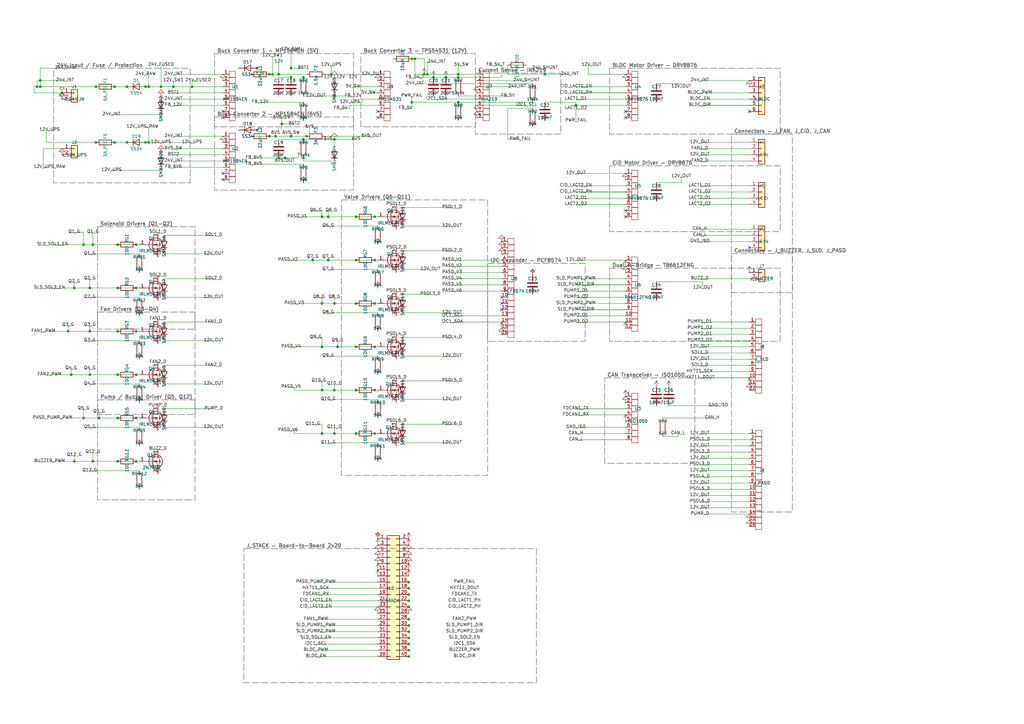
<source format=kicad_sch>
(kicad_sch (version 20250114) (generator "eeschema") (generator_version "9.0")
  (paper "A3")
  (title_block (title "Epicura Driver Board") (date "2026-02-21") (rev "1.2") (company "Epicura / Designed by Cyber_Lord"))
  (junction (at 124.46 64.77))
  (junction (at 40.64 171.45))
  (junction (at 134.62 106.68))
  (junction (at 146.05 106.68))
  (junction (at 48.26 118.11))
  (junction (at 38.1 100.33))
  (junction (at 170.18 24.13))
  (junction (at 187.96 31.75))
  (junction (at 153.67 124.46))
  (junction (at 46.99 58.42))
  (junction (at 110.49 30.48))
  (junction (at 55.88 100.33))
  (junction (at 125.73 55.88))
  (junction (at 25.4 38.1))
  (junction (at 116.84 64.77))
  (junction (at 187.96 41.91))
  (junction (at 134.62 88.9))
  (junction (at 60.96 58.42))
  (junction (at 223.52 30.48))
  (junction (at 146.05 142.24))
  (junction (at 132.08 142.24))
  (junction (at 48.26 189.23))
  (junction (at 48.26 100.33))
  (junction (at 34.29 171.45))
  (junction (at 153.67 142.24))
  (junction (at 52.07 35.56))
  (junction (at 132.08 124.46))
  (junction (at 38.1 189.23))
  (junction (at 119.38 55.88))
  (junction (at 48.26 153.67))
  (junction (at 15.24 35.56))
  (junction (at 187.96 30.48))
  (junction (at 132.08 177.8))
  (junction (at 59.69 58.42))
  (junction (at 16.51 35.56))
  (junction (at 55.88 171.45))
  (junction (at 66.04 35.56))
  (junction (at 55.88 153.67))
  (junction (at 146.05 124.46))
  (junction (at 138.43 142.24))
  (junction (at 146.05 160.02))
  (junction (at 30.48 118.11))
  (junction (at 153.67 106.68))
  (junction (at 146.05 177.8))
  (junction (at 132.08 160.02))
  (junction (at 27.94 135.89))
  (junction (at 111.76 30.48))
  (junction (at 52.07 58.42))
  (junction (at 137.16 177.8))
  (junction (at 46.99 35.56))
  (junction (at 146.05 88.9))
  (junction (at 153.67 160.02))
  (junction (at 132.08 88.9))
  (junction (at 55.88 118.11))
  (junction (at 60.96 35.56))
  (junction (at 153.67 88.9))
  (junction (at 137.16 39.37))
  (junction (at 119.38 27.94))
  (junction (at 128.27 106.68))
  (junction (at 182.88 31.75))
  (junction (at 114.3 30.48))
  (junction (at 78.74 35.56))
  (junction (at 36.83 153.67))
  (junction (at 114.3 64.77))
  (junction (at 137.16 124.46))
  (junction (at 55.88 189.23))
  (junction (at 137.16 160.02))
  (junction (at 48.26 135.89))
  (junction (at 34.29 100.33))
  (junction (at 30.48 189.23))
  (junction (at 153.67 177.8))
  (junction (at 236.22 43.18))
  (junction (at 36.83 118.11))
  (junction (at 168.91 24.13))
  (junction (at 16.51 33.02))
  (junction (at 177.8 31.75))
  (junction (at 175.26 30.48))
  (junction (at 110.49 55.88))
  (junction (at 173.99 30.48))
  (junction (at 39.37 58.42))
  (junction (at 55.88 135.89))
  (junction (at 115.57 50.8))
  (junction (at 36.83 135.89))
  (junction (at 71.12 35.56))
  (junction (at 39.37 35.56))
  (junction (at 48.26 171.45))
  (junction (at 113.03 55.88))
  (junction (at 137.16 57.15))
  (junction (at 135.89 30.48))
  (junction (at 168.91 41.91))
  (junction (at 59.69 35.56))
  (junction (at 29.21 153.67))
  (no_connect (at 256.54 48.26))
  (no_connect (at 91.44 48.26))
  (no_connect (at 91.44 73.66))
  (no_connect (at 91.44 71.12))
  (no_connect (at 256.54 86.36))
  (no_connect (at 256.54 88.9))
  (no_connect (at 256.54 45.72))
  (no_connect (at 205.74 124.46))
  (no_connect (at 307.34 45.72))
  (no_connect (at 307.34 101.6))
  (no_connect (at 154.94 45.72))
  (no_connect (at 205.74 121.92))
  (no_connect (at 205.74 127))
  (no_connect (at 91.44 45.72))
  (no_connect (at 154.94 48.26))
  (wire (pts (xy 223.52 30.48) (xy 233.68 30.48)))
  (wire (pts (xy 307.34 198.12) (xy 287.02 198.12)))
  (wire (pts (xy 205.74 119.38) (xy 185.42 119.38)))
  (wire (pts (xy 78.74 35.56) (xy 91.44 35.56)))
  (wire (pts (xy 153.67 124.46) (xy 154.94 124.46)))
  (wire (pts (xy 165.1 269.24) (xy 190.5 269.24)))
  (wire (pts (xy 165.1 241.3) (xy 190.5 241.3)))
  (wire (pts (xy 205.74 26.67) (xy 205.74 31.75)))
  (wire (pts (xy 15.24 33.02) (xy 15.24 35.56)))
  (wire (pts (xy 137.16 121.92) (xy 137.16 124.46)))
  (wire (pts (xy 13.97 38.1) (xy 25.4 38.1)))
  (wire (pts (xy 20.32 53.34) (xy 19.05 53.34)))
  (wire (pts (xy 55.88 171.45) (xy 57.15 171.45)))
  (wire (pts (xy 177.8 31.75) (xy 182.88 31.75)))
  (wire (pts (xy 154.94 238.76) (xy 129.54 238.76)))
  (wire (pts (xy 154.94 181.61) (xy 134.62 181.61)))
  (wire (pts (xy 307.34 38.1) (xy 287.02 38.1)))
  (wire (pts (xy 153.67 142.24) (xy 154.94 142.24)))
  (wire (pts (xy 135.89 67.31) (xy 135.89 66.04)))
  (wire (pts (xy 241.3 26.67) (xy 241.3 30.48)))
  (wire (pts (xy 46.99 35.56) (xy 52.07 35.56)))
  (wire (pts (xy 48.26 171.45) (xy 55.88 171.45)))
  (wire (pts (xy 165.1 110.49) (xy 176.53 110.49)))
  (wire (pts (xy 256.54 127) (xy 236.22 127)))
  (wire (pts (xy 148.59 41.91) (xy 148.59 40.64)))
  (wire (pts (xy 21.59 100.33) (xy 34.29 100.33)))
  (wire (pts (xy 154.94 248.92) (xy 129.54 248.92)))
  (wire (pts (xy 30.48 115.57) (xy 30.48 118.11)))
  (wire (pts (xy 135.89 67.31) (xy 137.16 67.31)))
  (wire (pts (xy 114.3 30.48) (xy 125.73 30.48)))
  (wire (pts (xy 256.54 106.68) (xy 236.22 106.68)))
  (wire (pts (xy 175.26 30.48) (xy 187.96 30.48)))
  (wire (pts (xy 307.34 190.5) (xy 287.02 190.5)))
  (wire (pts (xy 48.26 153.67) (xy 55.88 153.67)))
  (wire (pts (xy 134.62 86.36) (xy 134.62 88.9)))
  (wire (pts (xy 213.36 57.15) (xy 208.28 57.15)))
  (wire (pts (xy 256.54 119.38) (xy 236.22 119.38)))
  (wire (pts (xy 91.44 66.04) (xy 71.12 66.04)))
  (wire (pts (xy 256.54 35.56) (xy 236.22 35.56)))
  (wire (pts (xy 154.94 241.3) (xy 129.54 241.3)))
  (wire (pts (xy 81.28 33.02) (xy 78.74 33.02)))
  (wire (pts (xy 130.81 121.92) (xy 132.08 121.92)))
  (wire (pts (xy 119.38 54.61) (xy 119.38 55.88)))
  (wire (pts (xy 135.89 66.04) (xy 124.46 66.04)))
  (wire (pts (xy 55.88 135.89) (xy 57.15 135.89)))
  (wire (pts (xy 146.05 88.9) (xy 153.67 88.9)))
  (wire (pts (xy 30.48 186.69) (xy 30.48 189.23)))
  (wire (pts (xy 132.08 173.99) (xy 132.08 177.8)))
  (wire (pts (xy 135.89 86.36) (xy 134.62 86.36)))
  (wire (pts (xy 165.1 264.16) (xy 190.5 264.16)))
  (wire (pts (xy 67.31 175.26) (xy 87.63 175.26)))
  (wire (pts (xy 39.37 58.42) (xy 46.99 58.42)))
  (wire (pts (xy 127 55.88) (xy 125.73 55.88)))
  (wire (pts (xy 55.88 118.11) (xy 57.15 118.11)))
  (wire (pts (xy 128.27 106.68) (xy 134.62 106.68)))
  (wire (pts (xy 111.76 22.86) (xy 111.76 30.48)))
  (wire (pts (xy 154.94 266.7) (xy 129.54 266.7)))
  (wire (pts (xy 307.34 185.42) (xy 287.02 185.42)))
  (wire (pts (xy 165.1 243.84) (xy 190.5 243.84)))
  (wire (pts (xy 307.34 142.24) (xy 287.02 142.24)))
  (wire (pts (xy 134.62 105.41) (xy 134.62 106.68)))
  (wire (pts (xy 307.34 205.74) (xy 287.02 205.74)))
  (wire (pts (xy 114.3 64.77) (xy 104.14 64.77)))
  (wire (pts (xy 165.1 120.65) (xy 176.53 120.65)))
  (wire (pts (xy 36.83 135.89) (xy 48.26 135.89)))
  (wire (pts (xy 91.44 63.5) (xy 71.12 63.5)))
  (wire (pts (xy 146.05 106.68) (xy 153.67 106.68)))
  (wire (pts (xy 20.32 118.11) (xy 30.48 118.11)))
  (wire (pts (xy 133.35 30.48) (xy 135.89 30.48)))
  (wire (pts (xy 129.54 138.43) (xy 132.08 138.43)))
  (wire (pts (xy 16.51 33.02) (xy 15.24 33.02)))
  (wire (pts (xy 97.79 53.34) (xy 115.57 53.34)))
  (wire (pts (xy 20.32 189.23) (xy 30.48 189.23)))
  (wire (pts (xy 30.48 189.23) (xy 38.1 189.23)))
  (wire (pts (xy 307.34 93.98) (xy 287.02 93.98)))
  (wire (pts (xy 137.16 175.26) (xy 137.16 177.8)))
  (wire (pts (xy 256.54 177.8) (xy 236.22 177.8)))
  (wire (pts (xy 78.74 33.02) (xy 78.74 35.56)))
  (wire (pts (xy 170.18 34.29) (xy 218.44 34.29)))
  (wire (pts (xy 205.74 31.75) (xy 187.96 31.75)))
  (wire (pts (xy 165.1 254) (xy 190.5 254)))
  (wire (pts (xy 307.34 96.52) (xy 287.02 96.52)))
  (wire (pts (xy 91.44 60.96) (xy 71.12 60.96)))
  (wire (pts (xy 165.1 248.92) (xy 190.5 248.92)))
  (wire (pts (xy 256.54 81.28) (xy 236.22 81.28)))
  (wire (pts (xy 195.58 35.56) (xy 212.09 35.56)))
  (wire (pts (xy 170.18 24.13) (xy 173.99 24.13)))
  (wire (pts (xy 111.76 30.48) (xy 110.49 30.48)))
  (wire (pts (xy 127 52.07) (xy 127 55.88)))
  (wire (pts (xy 146.05 177.8) (xy 153.67 177.8)))
  (wire (pts (xy 29.21 151.13) (xy 29.21 153.67)))
  (wire (pts (xy 138.43 139.7) (xy 138.43 142.24)))
  (wire (pts (xy 55.88 189.23) (xy 57.15 189.23)))
  (wire (pts (xy 307.34 193.04) (xy 287.02 193.04)))
  (wire (pts (xy 236.22 43.18) (xy 236.22 41.91)))
  (wire (pts (xy 307.34 78.74) (xy 287.02 78.74)))
  (wire (pts (xy 307.34 187.96) (xy 287.02 187.96)))
  (wire (pts (xy 115.57 48.26) (xy 115.57 50.8)))
  (wire (pts (xy 67.31 114.3) (xy 87.63 114.3)))
  (wire (pts (xy 205.74 116.84) (xy 185.42 116.84)))
  (wire (pts (xy 17.78 68.58) (xy 20.32 68.58)))
  (wire (pts (xy 34.29 171.45) (xy 40.64 171.45)))
  (wire (pts (xy 146.05 142.24) (xy 153.67 142.24)))
  (wire (pts (xy 154.94 264.16) (xy 129.54 264.16)))
  (wire (pts (xy 236.22 41.91) (xy 223.52 41.91)))
  (wire (pts (xy 30.48 118.11) (xy 36.83 118.11)))
  (wire (pts (xy 57.15 139.7) (xy 36.83 139.7)))
  (wire (pts (xy 135.89 26.67) (xy 135.89 30.48)))
  (wire (pts (xy 48.26 118.11) (xy 55.88 118.11)))
  (wire (pts (xy 129.54 86.36) (xy 132.08 86.36)))
  (wire (pts (xy 241.3 26.67) (xy 242.57 26.67)))
  (wire (pts (xy 113.03 55.88) (xy 110.49 55.88)))
  (wire (pts (xy 130.81 156.21) (xy 132.08 156.21)))
  (wire (pts (xy 205.74 106.68) (xy 185.42 106.68)))
  (wire (pts (xy 165.1 261.62) (xy 190.5 261.62)))
  (wire (pts (xy 55.88 153.67) (xy 57.15 153.67)))
  (wire (pts (xy 134.62 88.9) (xy 146.05 88.9)))
  (wire (pts (xy 307.34 43.18) (xy 287.02 43.18)))
  (wire (pts (xy 38.1 95.25) (xy 38.1 100.33)))
  (wire (pts (xy 165.1 246.38) (xy 190.5 246.38)))
  (wire (pts (xy 154.94 254) (xy 129.54 254)))
  (wire (pts (xy 187.96 41.91) (xy 218.44 41.91)))
  (wire (pts (xy 146.05 57.15) (xy 137.16 57.15)))
  (wire (pts (xy 137.16 39.37) (xy 144.78 39.37)))
  (wire (pts (xy 36.83 118.11) (xy 48.26 118.11)))
  (wire (pts (xy 17.78 60.96) (xy 25.4 60.96)))
  (wire (pts (xy 60.96 35.56) (xy 66.04 35.56)))
  (wire (pts (xy 26.67 27.94) (xy 16.51 27.94)))
  (wire (pts (xy 307.34 147.32) (xy 287.02 147.32)))
  (wire (pts (xy 165.1 92.71) (xy 185.42 92.71)))
  (wire (pts (xy 307.34 180.34) (xy 287.02 180.34)))
  (wire (pts (xy 19.05 58.42) (xy 39.37 58.42)))
  (wire (pts (xy 128.27 105.41) (xy 128.27 106.68)))
  (wire (pts (xy 170.18 24.13) (xy 170.18 30.48)))
  (wire (pts (xy 15.24 35.56) (xy 16.51 35.56)))
  (wire (pts (xy 205.74 111.76) (xy 185.42 111.76)))
  (wire (pts (xy 48.26 100.33) (xy 55.88 100.33)))
  (wire (pts (xy 205.74 132.08) (xy 185.42 132.08)))
  (wire (pts (xy 307.34 40.64) (xy 287.02 40.64)))
  (wire (pts (xy 91.44 43.18) (xy 71.12 43.18)))
  (wire (pts (xy 166.37 44.45) (xy 168.91 44.45)))
  (wire (pts (xy 241.3 30.48) (xy 256.54 30.48)))
  (wire (pts (xy 154.94 35.56) (xy 144.78 35.56)))
  (wire (pts (xy 57.15 104.14) (xy 36.83 104.14)))
  (wire (pts (xy 34.29 167.64) (xy 34.29 171.45)))
  (wire (pts (xy 38.1 189.23) (xy 48.26 189.23)))
  (wire (pts (xy 154.94 269.24) (xy 129.54 269.24)))
  (wire (pts (xy 59.69 30.48) (xy 60.96 30.48)))
  (wire (pts (xy 154.94 259.08) (xy 129.54 259.08)))
  (wire (pts (xy 182.88 31.75) (xy 187.96 31.75)))
  (wire (pts (xy 60.96 58.42) (xy 78.74 58.42)))
  (wire (pts (xy 154.94 146.05) (xy 134.62 146.05)))
  (wire (pts (xy 165.1 128.27) (xy 185.42 128.27)))
  (wire (pts (xy 17.78 68.58) (xy 17.78 60.96)))
  (wire (pts (xy 132.08 177.8) (xy 137.16 177.8)))
  (wire (pts (xy 36.83 133.35) (xy 36.83 135.89)))
  (wire (pts (xy 236.22 43.18) (xy 236.22 49.53)))
  (wire (pts (xy 165.1 266.7) (xy 190.5 266.7)))
  (wire (pts (xy 256.54 38.1) (xy 236.22 38.1)))
  (wire (pts (xy 115.57 50.8) (xy 115.57 53.34)))
  (wire (pts (xy 27.94 133.35) (xy 27.94 135.89)))
  (wire (pts (xy 66.04 26.67) (xy 66.04 35.56)))
  (wire (pts (xy 132.08 156.21) (xy 132.08 160.02)))
  (wire (pts (xy 19.05 53.34) (xy 19.05 58.42)))
  (wire (pts (xy 175.26 25.4) (xy 175.26 30.48)))
  (wire (pts (xy 59.69 35.56) (xy 60.96 35.56)))
  (wire (pts (xy 143.51 44.45) (xy 139.7 44.45)))
  (wire (pts (xy 57.15 157.48) (xy 36.83 157.48)))
  (wire (pts (xy 195.58 43.18) (xy 215.9 43.18)))
  (wire (pts (xy 66.04 46.99) (xy 45.72 46.99)))
  (wire (pts (xy 154.94 163.83) (xy 134.62 163.83)))
  (wire (pts (xy 67.31 132.08) (xy 87.63 132.08)))
  (wire (pts (xy 146.05 124.46) (xy 153.67 124.46)))
  (wire (pts (xy 118.11 176.53) (xy 120.65 176.53)))
  (wire (pts (xy 307.34 154.94) (xy 287.02 154.94)))
  (wire (pts (xy 102.87 55.88) (xy 110.49 55.88)))
  (wire (pts (xy 97.79 27.94) (xy 119.38 27.94)))
  (wire (pts (xy 307.34 137.16) (xy 287.02 137.16)))
  (wire (pts (xy 187.96 30.48) (xy 195.58 30.48)))
  (wire (pts (xy 34.29 100.33) (xy 38.1 100.33)))
  (wire (pts (xy 120.65 177.8) (xy 132.08 177.8)))
  (wire (pts (xy 307.34 139.7) (xy 287.02 139.7)))
  (wire (pts (xy 168.91 39.37) (xy 168.91 41.91)))
  (wire (pts (xy 143.51 43.18) (xy 154.94 43.18)))
  (wire (pts (xy 165.1 163.83) (xy 185.42 163.83)))
  (wire (pts (xy 67.31 139.7) (xy 87.63 139.7)))
  (wire (pts (xy 271.78 171.45) (xy 292.1 171.45)))
  (wire (pts (xy 307.34 63.5) (xy 287.02 63.5)))
  (wire (pts (xy 278.13 177.8) (xy 278.13 179.07)))
  (wire (pts (xy 111.76 30.48) (xy 114.3 30.48)))
  (wire (pts (xy 165.1 238.76) (xy 190.5 238.76)))
  (wire (pts (xy 256.54 132.08) (xy 236.22 132.08)))
  (wire (pts (xy 256.54 40.64) (xy 236.22 40.64)))
  (wire (pts (xy 137.16 177.8) (xy 146.05 177.8)))
  (wire (pts (xy 120.65 124.46) (xy 132.08 124.46)))
  (wire (pts (xy 256.54 83.82) (xy 236.22 83.82)))
  (wire (pts (xy 110.49 30.48) (xy 102.87 30.48)))
  (wire (pts (xy 256.54 114.3) (xy 236.22 114.3)))
  (wire (pts (xy 132.08 86.36) (xy 132.08 88.9)))
  (wire (pts (xy 132.08 138.43) (xy 132.08 142.24)))
  (wire (pts (xy 20.32 153.67) (xy 29.21 153.67)))
  (wire (pts (xy 307.34 33.02) (xy 287.02 33.02)))
  (wire (pts (xy 143.51 44.45) (xy 143.51 43.18)))
  (wire (pts (xy 165.1 173.99) (xy 185.42 173.99)))
  (wire (pts (xy 256.54 78.74) (xy 236.22 78.74)))
  (wire (pts (xy 307.34 208.28) (xy 287.02 208.28)))
  (wire (pts (xy 132.08 142.24) (xy 138.43 142.24)))
  (wire (pts (xy 307.34 66.04) (xy 287.02 66.04)))
  (wire (pts (xy 148.59 40.64) (xy 154.94 40.64)))
  (wire (pts (xy 154.94 246.38) (xy 129.54 246.38)))
  (wire (pts (xy 208.28 44.45) (xy 218.44 44.45)))
  (wire (pts (xy 148.59 41.91) (xy 143.51 41.91)))
  (wire (pts (xy 16.51 33.02) (xy 16.51 35.56)))
  (wire (pts (xy 60.96 52.07) (xy 60.96 58.42)))
  (wire (pts (xy 26.67 33.02) (xy 16.51 33.02)))
  (wire (pts (xy 114.3 25.4) (xy 114.3 30.48)))
  (wire (pts (xy 208.28 30.48) (xy 223.52 30.48)))
  (wire (pts (xy 17.78 135.89) (xy 27.94 135.89)))
  (wire (pts (xy 307.34 132.08) (xy 287.02 132.08)))
  (wire (pts (xy 307.34 144.78) (xy 287.02 144.78)))
  (wire (pts (xy 119.38 55.88) (xy 125.73 55.88)))
  (wire (pts (xy 256.54 170.18) (xy 236.22 170.18)))
  (wire (pts (xy 256.54 167.64) (xy 236.22 167.64)))
  (wire (pts (xy 161.29 24.13) (xy 168.91 24.13)))
  (wire (pts (xy 307.34 177.8) (xy 287.02 177.8)))
  (wire (pts (xy 137.16 160.02) (xy 146.05 160.02)))
  (wire (pts (xy 113.03 54.61) (xy 113.03 55.88)))
  (wire (pts (xy 154.94 92.71) (xy 134.62 92.71)))
  (wire (pts (xy 67.31 157.48) (xy 87.63 157.48)))
  (wire (pts (xy 119.38 142.24) (xy 132.08 142.24)))
  (wire (pts (xy 57.15 121.92) (xy 36.83 121.92)))
  (wire (pts (xy 256.54 43.18) (xy 236.22 43.18)))
  (wire (pts (xy 137.16 124.46) (xy 146.05 124.46)))
  (wire (pts (xy 58.42 52.07) (xy 60.96 52.07)))
  (wire (pts (xy 195.58 33.02) (xy 215.9 33.02)))
  (wire (pts (xy 307.34 152.4) (xy 287.02 152.4)))
  (wire (pts (xy 256.54 76.2) (xy 236.22 76.2)))
  (wire (pts (xy 307.34 99.06) (xy 287.02 99.06)))
  (wire (pts (xy 307.34 83.82) (xy 287.02 83.82)))
  (wire (pts (xy 173.99 24.13) (xy 173.99 30.48)))
  (wire (pts (xy 120.65 160.02) (xy 132.08 160.02)))
  (wire (pts (xy 307.34 76.2) (xy 287.02 76.2)))
  (wire (pts (xy 165.1 102.87) (xy 185.42 102.87)))
  (wire (pts (xy 256.54 124.46) (xy 236.22 124.46)))
  (wire (pts (xy 279.4 35.56) (xy 279.4 34.29)))
  (wire (pts (xy 137.16 157.48) (xy 137.16 160.02)))
  (wire (pts (xy 55.88 100.33) (xy 57.15 100.33)))
  (wire (pts (xy 38.1 100.33) (xy 48.26 100.33)))
  (wire (pts (xy 137.16 57.15) (xy 134.62 57.15)))
  (wire (pts (xy 154.94 38.1) (xy 151.13 38.1)))
  (wire (pts (xy 187.96 26.67) (xy 187.96 30.48)))
  (wire (pts (xy 307.34 114.3) (xy 287.02 114.3)))
  (wire (pts (xy 307.34 58.42) (xy 287.02 58.42)))
  (wire (pts (xy 120.65 176.53) (xy 120.65 177.8)))
  (wire (pts (xy 124.46 64.77) (xy 116.84 64.77)))
  (wire (pts (xy 116.84 64.77) (xy 114.3 64.77)))
  (wire (pts (xy 132.08 88.9) (xy 134.62 88.9)))
  (wire (pts (xy 205.74 26.67) (xy 203.2 26.67)))
  (wire (pts (xy 121.92 88.9) (xy 132.08 88.9)))
  (wire (pts (xy 205.74 109.22) (xy 185.42 109.22)))
  (wire (pts (xy 279.4 74.93) (xy 269.24 74.93)))
  (wire (pts (xy 67.31 104.14) (xy 87.63 104.14)))
  (wire (pts (xy 208.28 26.67) (xy 208.28 30.48)))
  (wire (pts (xy 165.1 181.61) (xy 185.42 181.61)))
  (wire (pts (xy 153.67 177.8) (xy 154.94 177.8)))
  (wire (pts (xy 205.74 114.3) (xy 185.42 114.3)))
  (wire (pts (xy 48.26 189.23) (xy 55.88 189.23)))
  (wire (pts (xy 205.74 129.54) (xy 185.42 129.54)))
  (wire (pts (xy 124.46 66.04) (xy 124.46 64.77)))
  (wire (pts (xy 60.96 30.48) (xy 60.96 35.56)))
  (wire (pts (xy 165.1 256.54) (xy 190.5 256.54)))
  (wire (pts (xy 138.43 142.24) (xy 146.05 142.24)))
  (wire (pts (xy 307.34 81.28) (xy 287.02 81.28)))
  (wire (pts (xy 67.31 167.64) (xy 87.63 167.64)))
  (wire (pts (xy 36.83 153.67) (xy 48.26 153.67)))
  (wire (pts (xy 288.29 118.11) (xy 288.29 115.57)))
  (wire (pts (xy 52.07 35.56) (xy 59.69 35.56)))
  (wire (pts (xy 119.38 158.75) (xy 120.65 158.75)))
  (wire (pts (xy 21.59 171.45) (xy 34.29 171.45)))
  (wire (pts (xy 91.44 68.58) (xy 71.12 68.58)))
  (wire (pts (xy 91.44 38.1) (xy 71.12 38.1)))
  (wire (pts (xy 36.83 114.3) (xy 36.83 118.11)))
  (wire (pts (xy 116.84 66.04) (xy 116.84 64.77)))
  (wire (pts (xy 223.52 27.94) (xy 223.52 30.48)))
  (wire (pts (xy 307.34 134.62) (xy 287.02 134.62)))
  (wire (pts (xy 57.15 193.04) (xy 36.83 193.04)))
  (wire (pts (xy 57.15 175.26) (xy 36.83 175.26)))
  (wire (pts (xy 34.29 95.25) (xy 34.29 100.33)))
  (wire (pts (xy 67.31 121.92) (xy 87.63 121.92)))
  (wire (pts (xy 154.94 256.54) (xy 129.54 256.54)))
  (wire (pts (xy 39.37 35.56) (xy 46.99 35.56)))
  (wire (pts (xy 165.1 138.43) (xy 185.42 138.43)))
  (wire (pts (xy 256.54 180.34) (xy 236.22 180.34)))
  (wire (pts (xy 40.64 171.45) (xy 48.26 171.45)))
  (wire (pts (xy 128.27 173.99) (xy 132.08 173.99)))
  (wire (pts (xy 208.28 57.15) (xy 208.28 44.45)))
  (wire (pts (xy 91.44 30.48) (xy 71.12 30.48)))
  (wire (pts (xy 124.46 67.31) (xy 104.14 67.31)))
  (wire (pts (xy 170.18 31.75) (xy 177.8 31.75)))
  (wire (pts (xy 288.29 115.57) (xy 269.24 115.57)))
  (wire (pts (xy 120.65 158.75) (xy 120.65 160.02)))
  (wire (pts (xy 307.34 200.66) (xy 287.02 200.66)))
  (wire (pts (xy 129.54 39.37) (xy 137.16 39.37)))
  (wire (pts (xy 46.99 58.42) (xy 52.07 58.42)))
  (wire (pts (xy 67.31 96.52) (xy 87.63 96.52)))
  (wire (pts (xy 153.67 88.9) (xy 154.94 88.9)))
  (wire (pts (xy 66.04 69.85) (xy 45.72 69.85)))
  (wire (pts (xy 119.38 20.32) (xy 119.38 27.94)))
  (wire (pts (xy 30.48 95.25) (xy 34.29 95.25)))
  (wire (pts (xy 48.26 135.89) (xy 55.88 135.89)))
  (wire (pts (xy 279.4 34.29) (xy 269.24 34.29)))
  (wire (pts (xy 165.1 146.05) (xy 185.42 146.05)))
  (wire (pts (xy 154.94 128.27) (xy 134.62 128.27)))
  (wire (pts (xy 124.46 41.91) (xy 106.68 41.91)))
  (wire (pts (xy 168.91 44.45) (xy 168.91 41.91)))
  (wire (pts (xy 40.64 168.91) (xy 40.64 171.45)))
  (wire (pts (xy 118.11 106.68) (xy 128.27 106.68)))
  (wire (pts (xy 256.54 129.54) (xy 236.22 129.54)))
  (wire (pts (xy 119.38 27.94) (xy 124.46 27.94)))
  (wire (pts (xy 307.34 60.96) (xy 287.02 60.96)))
  (wire (pts (xy 307.34 149.86) (xy 287.02 149.86)))
  (wire (pts (xy 71.12 35.56) (xy 78.74 35.56)))
  (wire (pts (xy 52.07 58.42) (xy 59.69 58.42)))
  (wire (pts (xy 29.21 153.67) (xy 36.83 153.67)))
  (wire (pts (xy 91.44 40.64) (xy 71.12 40.64)))
  (wire (pts (xy 165.1 85.09) (xy 185.42 85.09)))
  (wire (pts (xy 59.69 58.42) (xy 60.96 58.42)))
  (wire (pts (xy 137.16 59.69) (xy 137.16 57.15)))
  (wire (pts (xy 153.67 106.68) (xy 154.94 106.68)))
  (wire (pts (xy 278.13 179.07) (xy 271.78 179.07)))
  (wire (pts (xy 256.54 121.92) (xy 236.22 121.92)))
  (wire (pts (xy 115.57 50.8) (xy 120.65 50.8)))
  (wire (pts (xy 279.4 72.39) (xy 279.4 74.93)))
  (wire (pts (xy 67.31 149.86) (xy 87.63 149.86)))
  (wire (pts (xy 307.34 203.2) (xy 287.02 203.2)))
  (wire (pts (xy 154.94 261.62) (xy 129.54 261.62)))
  (wire (pts (xy 189.23 26.67) (xy 187.96 26.67)))
  (wire (pts (xy 165.1 156.21) (xy 185.42 156.21)))
  (wire (pts (xy 16.51 35.56) (xy 39.37 35.56)))
  (wire (pts (xy 187.96 39.37) (xy 208.28 39.37)))
  (wire (pts (xy 132.08 124.46) (xy 137.16 124.46)))
  (wire (pts (xy 114.3 31.75) (xy 144.78 31.75)))
  (wire (pts (xy 119.38 55.88) (xy 113.03 55.88)))
  (wire (pts (xy 135.89 30.48) (xy 154.94 30.48)))
  (wire (pts (xy 256.54 116.84) (xy 236.22 116.84)))
  (wire (pts (xy 256.54 71.12) (xy 236.22 71.12)))
  (wire (pts (xy 256.54 175.26) (xy 236.22 175.26)))
  (wire (pts (xy 91.44 55.88) (xy 71.12 55.88)))
  (wire (pts (xy 168.91 41.91) (xy 187.96 41.91)))
  (wire (pts (xy 274.32 166.37) (xy 294.64 166.37)))
  (wire (pts (xy 132.08 121.92) (xy 132.08 124.46)))
  (wire (pts (xy 66.04 35.56) (xy 71.12 35.56)))
  (wire (pts (xy 36.83 151.13) (xy 36.83 153.67)))
  (wire (pts (xy 154.94 243.84) (xy 129.54 243.84)))
  (wire (pts (xy 173.99 30.48) (xy 175.26 30.48)))
  (wire (pts (xy 132.08 160.02) (xy 137.16 160.02)))
  (wire (pts (xy 179.07 25.4) (xy 175.26 25.4)))
  (wire (pts (xy 71.12 33.02) (xy 71.12 35.56)))
  (wire (pts (xy 165.1 259.08) (xy 190.5 259.08)))
  (wire (pts (xy 133.35 55.88) (xy 152.4 55.88)))
  (wire (pts (xy 13.97 35.56) (xy 13.97 38.1)))
  (wire (pts (xy 134.62 106.68) (xy 146.05 106.68)))
  (wire (pts (xy 307.34 182.88) (xy 287.02 182.88)))
  (wire (pts (xy 27.94 135.89) (xy 36.83 135.89)))
  (wire (pts (xy 154.94 110.49) (xy 134.62 110.49)))
  (wire (pts (xy 170.18 30.48) (xy 173.99 30.48)))
  (wire (pts (xy 38.1 185.42) (xy 38.1 189.23)))
  (wire (pts (xy 153.67 160.02) (xy 154.94 160.02)))
  (wire (pts (xy 168.91 24.13) (xy 170.18 24.13)))
  (wire (pts (xy 146.05 160.02) (xy 153.67 160.02)))
  (wire (pts (xy 195.58 40.64) (xy 179.07 40.64)))
  (wire (pts (xy 16.51 27.94) (xy 16.51 33.02)))
  (wire (pts (xy 307.34 210.82) (xy 287.02 210.82)))
  (wire (pts (xy 13.97 35.56) (xy 15.24 35.56)))
  (wire (pts (xy 307.34 195.58) (xy 287.02 195.58)))
  (label "Q4_G" (at 36.83 151.13 0))
  (label "PSOL4_D" (at 162.56 137.16 0))
  (label "FB_5V" (at 139.7 44.45 0))
  (label "FB_5V" (at 208.28 39.37 0))
  (label "PASD_PUMP_PWM" (at 21.59 171.45 0))
  (label "SLD_PUMP1_DIR" (at 190.5 256.54 0))
  (label "PSOL1_D" (at 185.42 85.09 0))
  (label "BUZZ_D" (at 287.02 114.3 0))
  (label "PASD_PUMP_PWM" (at 129.54 238.76 0))
  (label "SLD_SOL1_EN" (at 21.59 100.33 0))
  (label "I2C1_SCL" (at 185.42 129.54 0))
  (label "BLDC_EN" (at 129.54 269.24 0))
  (label "FAN1_PWM" (at 17.78 135.89 0))
  (label "24V_INT" (at 71.12 40.64 0))
  (label "Q10_G" (at 130.81 156.21 0))
  (label "PUMP2_O1" (at 236.22 129.54 0))
  (label "PUMP_D" (at 287.02 210.82 0))
  (label "24V_INT" (at 71.12 30.48 0))
  (label "6V5" (at 127 52.07 0))
  (label "PSOL6_D" (at 287.02 205.74 0))
  (label "Q10_G" (at 137.16 157.48 0))
  (label "12V_OUT" (at 287.02 58.42 0))
  (label "BLDC_EN" (at 287.02 40.64 0))
  (label "12V_OUT" (at 87.63 104.14 0))
  (label "FDCAN1_RX" (at 236.22 170.18 0))
  (label "LACT2_O1" (at 236.22 81.28 0))
  (label "Q8_G" (at 130.81 121.92 0))
  (label "BLDC_PWM" (at 287.02 38.1 0))
  (label "12V_OUT" (at 185.42 181.61 0))
  (label "BST2" (at 71.12 63.5 0))
  (label "5V_SW" (at 144.78 35.56 0))
  (label "Q12_G" (at 38.1 185.42 0))
  (label "GND_ISO" (at 294.64 166.37 0))
  (label "FAN2_D" (at 64.77 148.59 0))
  (label "24V_INT" (at 71.12 66.04 0))
  (label "Q6_G" (at 134.62 92.71 0))
  (label "12V_OUT" (at 152.4 30.48 0))
  (label "SLD_PUMP1_PWM" (at 129.54 256.54 0))
  (label "Q1_G" (at 36.83 104.14 0))
  (label "Q3_G" (at 27.94 133.35 0))
  (label "Q8_G" (at 137.16 121.92 0))
  (label "Q12_G" (at 36.83 193.04 0))
  (label "24V_INT" (at 212.09 35.56 0))
  (label "LACT1_O1" (at 287.02 76.2 0))
  (label "GND_ISO" (at 287.02 99.06 0))
  (label "BLDC_DIR" (at 287.02 43.18 0))
  (label "PUMP2_O2" (at 287.02 139.7 0))
  (label "SLD_SOL1_EN" (at 129.54 261.62 0))
  (label "24V_INT" (at 233.68 30.48 0))
  (label "LACT2_O1" (at 287.02 81.28 0))
  (label "12V_UPS" (at 78.74 58.42 0))
  (label "PSOL6_D" (at 185.42 173.99 0))
  (label "12V_OUT" (at 242.57 26.67 0))
  (label "Q6_G" (at 129.54 86.36 0))
  (label "24V_FUSED" (at 66.04 26.67 0))
  (label "Q4_G" (at 36.83 157.48 0))
  (label "12V_OUT" (at 129.54 39.37 0))
  (label "12V_OUT" (at 236.22 106.68 0))
  (label "PASD_V5" (at 119.38 158.75 0))
  (label "PSOL2_D" (at 185.42 102.87 0))
  (label "12V_UPS_RAW" (at 20.32 68.58 0))
  (label "SLD_SOL2_EN" (at 190.5 261.62 0))
  (label "Q9_G" (at 138.43 139.7 0))
  (label "Q1_G" (at 30.48 95.25 0))
  (label "PWR_FAIL" (at 236.22 49.53 0))
  (label "PASD_V1" (at 185.42 106.68 0))
  (label "BUZZER_PWM" (at 190.5 266.7 0))
  (label "BST2" (at 120.65 50.8 0))
  (label "FB_6V5" (at 71.12 68.58 0))
  (label "24V_INT" (at 26.67 33.02 0))
  (label "Q2_G" (at 36.83 114.3 0))
  (label "LACT1_O2" (at 287.02 78.74 0))
  (label "Q9_G" (at 134.62 146.05 0))
  (label "12V_OUT" (at 287.02 147.32 0))
  (label "FDCAN1_TX" (at 236.22 167.64 0))
  (label "SOL2_D" (at 64.77 113.03 0))
  (label "LACT2_O2" (at 236.22 83.82 0))
  (label "PUMP2_O2" (at 236.22 132.08 0))
  (label "HX711_DOUT" (at 287.02 154.94 0))
  (label "FB_5V_T" (at 170.18 31.75 0))
  (label "12V_UPS_RAW" (at 58.42 52.07 0))
  (label "PSOL4_D" (at 185.42 138.43 0))
  (label "12V_UPS" (at 45.72 69.85 0))
  (label "PSOL6_D" (at 162.56 172.72 0))
  (label "24V_FUSED" (at 81.28 33.02 0))
  (label "I2C1_SDA" (at 190.5 264.16 0))
  (label "6V5" (at 134.62 57.15 0))
  (label "12V_OUT" (at 287.02 142.24 0))
  (label "I2C1_SCL" (at 129.54 264.16 0))
  (label "12V_UPS" (at 135.89 26.67 0))
  (label "FAN2_PWM" (at 20.32 153.67 0))
  (label "BST1" (at 71.12 38.1 0))
  (label "PASD_V3" (at 185.42 111.76 0))
  (label "FAN1_D" (at 87.63 132.08 0))
  (label "Q7_G" (at 128.27 105.41 0))
  (label "CID_LACT2_PH" (at 190.5 248.92 0))
  (label "FB_12V" (at 144.78 39.37 0))
  (label "Q3_G" (at 36.83 139.7 0))
  (label "PUMP1_O2" (at 287.02 134.62 0))
  (label "12V_OUT" (at 185.42 92.71 0))
  (label "CID_LACT2_PH" (at 236.22 78.74 0))
  (label "12V_OUT" (at 287.02 203.2 0))
  (label "FAN1_D" (at 287.02 60.96 0))
  (label "FAN1_PWM" (at 129.54 254 0))
  (label "PASD_V4" (at 119.38 142.24 0))
  (label "SOL1_D" (at 64.77 95.25 0))
  (label "CID_LACT2_EN" (at 236.22 76.2 0))
  (label "PASD_V1" (at 121.92 88.9 0))
  (label "PSOL3_D" (at 287.02 190.5 0))
  (label "PASD_V2" (at 185.42 109.22 0))
  (label "PSOL4_D" (at 287.02 195.58 0))
  (label "BST1" (at 124.46 27.94 0))
  (label "24V_INT" (at 287.02 33.02 0))
  (label "SLD_PUMP2_DIR" (at 190.5 259.08 0))
  (label "PASD_V4" (at 185.42 114.3 0))
  (label "12V_OUT" (at 176.53 110.49 0))
  (label "PSOL5_D" (at 185.42 156.21 0))
  (label "Q9_G" (at 129.54 138.43 0))
  (label "CAN_L" (at 236.22 180.34 0))
  (label "Q8_G" (at 134.62 128.27 0))
  (label "SLD_PUMP2_PWM" (at 129.54 259.08 0))
  (label "6V5_SW" (at 115.57 48.26 0))
  (label "CID_LACT2_EN" (at 129.54 248.92 0))
  (label "CAN_L" (at 287.02 96.52 0))
  (label "12V_OUT" (at 287.02 198.12 0))
  (label "LACT2_O2" (at 287.02 83.82 0))
  (label "CID_LACT1_PH" (at 190.5 246.38 0))
  (label "FB_5V_T" (at 203.2 26.67 0))
  (label "12V_OUT" (at 279.4 72.39 0))
  (label "Q7_G" (at 134.62 105.41 0))
  (label "12V_OUT" (at 287.02 187.96 0))
  (label "SLD_PUMP2_PWM" (at 236.22 124.46 0))
  (label "FB_12V" (at 71.12 43.18 0))
  (label "PSOL1_D" (at 162.56 83.82 0))
  (label "PUMP_D" (at 87.63 167.64 0))
  (label "HX711_DOUT" (at 190.5 241.3 0))
  (label "CID_LACT1_EN" (at 129.54 246.38 0))
  (label "CAN_H" (at 287.02 93.98 0))
  (label "12V" (at 139.7 31.75 0))
  (label "5V_SW" (at 151.13 38.1 0))
  (label "FB_6V5" (at 104.14 67.31 0))
  (label "PSOL5_D" (at 287.02 200.66 0))
  (label "BUZZ_D" (at 64.77 184.15 0))
  (label "PUMP_D" (at 64.77 166.37 0))
  (label "Q10_G" (at 134.62 163.83 0))
  (label "SLD_SOL2_EN" (at 20.32 118.11 0))
  (label "Q4_G" (at 29.21 151.13 0))
  (label "Q12_G" (at 30.48 186.69 0))
  (label "12V_OUT" (at 287.02 182.88 0))
  (label "PASD_V5" (at 185.42 116.84 0))
  (label "12V_OUT" (at 87.63 121.92 0))
  (label "12V_UPS" (at 66.04 58.42 0))
  (label "Q11_G" (at 128.27 173.99 0))
  (label "CAN_H" (at 292.1 171.45 0))
  (label "Q7_G" (at 134.62 110.49 0))
  (label "Q6_G" (at 135.89 86.36 0))
  (label "12V_OUT" (at 288.29 118.11 0))
  (label "12V_SW1" (at 111.76 22.86 0))
  (label "FAN1_D" (at 64.77 130.81 0))
  (label "SOL2_D" (at 287.02 149.86 0))
  (label "24V_RAW" (at 59.69 30.48 0))
  (label "12V_OUT" (at 236.22 71.12 0))
  (label "12V_UPS" (at 143.51 41.91 0))
  (label "Q11_G" (at 137.16 175.26 0))
  (label "12V_OUT" (at 87.63 139.7 0))
  (label "FAN2_D" (at 287.02 66.04 0))
  (label "Q5_G" (at 40.64 168.91 0))
  (label "6V5_SW" (at 71.12 60.96 0))
  (label "12V_SW1" (at 71.12 33.02 0))
  (label "6V5_OUT" (at 116.84 66.04 0))
  (label "5V_SW" (at 189.23 26.67 0))
  (label "12V_OUT" (at 87.63 175.26 0))
  (label "12V_OUT" (at 279.4 35.56 0))
  (label "BLDC_DIR" (at 190.5 269.24 0))
  (label "PASD_V6" (at 118.11 176.53 0))
  (label "6V5_OUT" (at 152.4 55.88 0))
  (label "I2C1_SDA" (at 185.42 132.08 0))
  (label "CAN_H" (at 236.22 177.8 0))
  (label "PASD_V3" (at 120.65 124.46 0))
  (label "24V_RAW" (at 26.67 27.94 0))
  (label "6V5_SW" (at 119.38 54.61 0))
  (label "24V_SHUNT" (at 223.52 27.94 0))
  (label "Q5_G" (at 36.83 175.26 0))
  (label "LACT1_O2" (at 236.22 44.45 0))
  (label "GND_ISO" (at 236.22 175.26 0))
  (label "12V_OUT" (at 287.02 63.5 0))
  (label "12V" (at 106.68 30.48 0))
  (label "FB_12V" (at 106.68 41.91 0))
  (label "24V_INT" (at 179.07 25.4 0))
  (label "PUMP1_O2" (at 236.22 121.92 0))
  (label "FDCAN1_TX" (at 190.5 243.84 0))
  (label "SOL1_D" (at 87.63 96.52 0))
  (label "PSOL5_D" (at 162.56 154.94 0))
  (label "SOL2_D" (at 87.63 114.3 0))
  (label "PWR_FAIL" (at 213.36 57.15 0))
  (label "PSOL3_D" (at 162.56 119.38 0))
  (label "Q2_G" (at 36.83 121.92 0))
  (label "12V_OUT" (at 185.42 163.83 0))
  (label "HX711_SCK" (at 129.54 241.3 0))
  (label "PUMP2_O1" (at 287.02 137.16 0))
  (label "FDCAN1_RX" (at 129.54 243.84 0))
  (label "Q3_G" (at 36.83 133.35 0))
  (label "6V5" (at 146.05 57.15 0))
  (label "12V_OUT" (at 287.02 193.04 0))
  (label "12V_OUT" (at 87.63 157.48 0))
  (label "12V" (at 114.3 25.4 0))
  (label "PUMP1_O1" (at 236.22 119.38 0))
  (label "12V_OUT" (at 287.02 208.28 0))
  (label "FB_6V5" (at 104.14 64.77 0))
  (label "SLD_PUMP1_PWM" (at 236.22 114.3 0))
  (label "BLDC_PWM" (at 129.54 266.7 0))
  (label "Q2_G" (at 30.48 115.57 0))
  (label "I2C1_SCL" (at 215.9 43.18 0))
  (label "PASD_V6" (at 185.42 119.38 0))
  (label "12V_OUT" (at 185.42 146.05 0))
  (label "24V_SHUNT" (at 215.9 33.02 0))
  (label "24V_INT" (at 71.12 55.88 0))
  (label "Q11_G" (at 134.62 181.61 0))
  (label "12V" (at 134.62 31.75 0))
  (label "SLD_PUMP1_DIR" (at 236.22 116.84 0))
  (label "FAN2_PWM" (at 190.5 254 0))
  (label "PSOL2_D" (at 287.02 185.42 0))
  (label "Q5_G" (at 34.29 167.64 0))
  (label "FB_5V" (at 166.37 44.45 0))
  (label "CAN_L" (at 278.13 177.8 0))
  (label "PUMP1_O1" (at 287.02 132.08 0))
  (label "BUZZER_PWM" (at 20.32 189.23 0))
  (label "PWR_FAIL" (at 190.5 238.76 0))
  (label "24V_INT" (at 170.18 34.29 0))
  (label "PASD_V2" (at 118.11 106.68 0))
  (label "CID_LACT1_PH" (at 236.22 38.1 0))
  (label "SLD_PUMP2_DIR" (at 236.22 127 0))
  (label "6V5" (at 113.03 54.61 0))
  (label "SOL1_D" (at 287.02 144.78 0))
  (label "PSOL2_D" (at 162.56 101.6 0))
  (label "HX711_SCK" (at 287.02 152.4 0))
  (label "Q1_G" (at 38.1 95.25 0))
  (label "PSOL1_D" (at 287.02 180.34 0))
  (label "PWR_FAIL" (at 168.91 39.37 0))
  (label "PSOL3_D" (at 176.53 120.65 0))
  (label "12V_SW1" (at 119.38 20.32 0))
  (label "I2C1_SDA" (at 179.07 40.64 0))
  (label "12V_UPS" (at 20.32 53.34 0))
  (label "12V_OUT" (at 185.42 128.27 0))
  (label "12V_OUT" (at 287.02 177.8 0))
  (label "LACT1_O1" (at 236.22 40.64 0))
  (label "CID_LACT1_EN" (at 236.22 35.56 0))
  (label "24V_INT" (at 45.72 46.99 0))
  (label "12V" (at 144.78 31.75 0))
  (label "FAN2_D" (at 87.63 149.86 0))
  (symbol (lib_id "Connector_Generic:Conn_01x12") (at 312.42 144.78 0) (unit 1)
    (property "Reference" "J8" (at 312.42 142.24 0))
    (property "Value" "J_SLD" (at 312.42 147.32 0))
    (property "Footprint" "Connector_JST:JST_XH_B12B-XH-A_1x12_P2.50mm_Vertical" (effects (hide yes)))
  )
  (symbol (lib_id "power:+3V3") (at 167.64 236.22 0) (unit 1) (in_bom no)
    (property "Reference" "#PWR0091" (effects (hide yes)))
    (property "Value" "+3V3" (effects (hide yes)))
  )
  (symbol (lib_id "power:GND") (at 154.94 171.45 180) (unit 1) (in_bom no)
    (property "Reference" "#PWR0045" (effects (hide yes)))
    (property "Value" "GND" (effects (hide yes)))
  )
  (symbol (lib_id "power:GND") (at 57.15 165.1 180) (unit 1) (in_bom no)
    (property "Reference" "#PWR0033" (effects (hide yes)))
    (property "Value" "GND" (effects (hide yes)))
  )
  (symbol (lib_id "power:GND") (at 137.16 57.15 180) (unit 1) (in_bom no)
    (property "Reference" "#PWR0013" (effects (hide yes)))
    (property "Value" "GND" (effects (hide yes)))
  )
  (symbol (lib_id "Device:C") (at 269.24 38.1 0) (unit 1)
    (property "Reference" "C27" (at 269.24 35.56 0))
    (property "Value" "100nF" (at 269.24 40.64 0))
    (property "Footprint" "Capacitor_SMD:C_0402_1005Metric" (effects (hide yes)))
  )
  (symbol (lib_id "power:GND") (at 167.64 226.06 180) (unit 1) (in_bom no)
    (property "Reference" "#PWR0087" (effects (hide yes)))
    (property "Value" "GND" (effects (hide yes)))
  )
  (symbol (lib_id "power:GND") (at 269.24 41.91 180) (unit 1) (in_bom no)
    (property "Reference" "#PWR0058" (effects (hide yes)))
    (property "Value" "GND" (effects (hide yes)))
  )
  (symbol (lib_id "Transistor_FET:2N7002") (at 160.02 160.02 0) (unit 1)
    (property "Reference" "Q10" (at 160.02 157.48 0))
    (property "Value" "IRLML6344" (at 160.02 162.56 0))
    (property "Footprint" "Package_TO_SOT_SMD:SOT-23" (effects (hide yes)))
  )
  (symbol (lib_id "Device:R") (at 43.18 58.42 90) (unit 1)
    (property "Reference" "F5" (at 43.18 55.88 0))
    (property "Value" "3A_PTC" (at 43.18 60.96 0))
    (property "Footprint" "Resistor_SMD:R_1206_3216Metric" (effects (hide yes)))
  )
  (symbol (lib_id "Connector_Generic:Conn_01x08") (at 96.52 38.1 0) (unit 1)
    (property "Reference" "U1" (at 96.52 35.56 0))
    (property "Value" "MP1584EN" (at 96.52 40.64 0))
    (property "Footprint" "Package_SO:SOIC-8_3.9x4.9mm_P1.27mm" (effects (hide yes)))
  )
  (symbol (lib_id "Device:R") (at 124.46 45.72 0) (unit 1)
    (property "Reference" "R24" (at 124.46 43.18 0))
    (property "Value" "10k" (at 124.46 48.26 0))
    (property "Footprint" "Resistor_SMD:R_0402_1005Metric" (effects (hide yes)))
  )
  (symbol (lib_id "power:GND") (at 124.46 49.53 180) (unit 1) (in_bom no)
    (property "Reference" "#PWR0008" (effects (hide yes)))
    (property "Value" "GND" (effects (hide yes)))
  )
  (symbol (lib_id "Diode:1N4148WS") (at 67.31 153.67 90) (unit 1)
    (property "Reference" "D9" (at 67.31 151.13 0))
    (property "Value" "SS14" (at 67.31 156.21 0))
    (property "Footprint" "Diode_SMD:D_SOD-123" (effects (hide yes)))
  )
  (symbol (lib_id "Connector_Generic:Conn_01x04") (at 312.42 78.74 0) (unit 1)
    (property "Reference" "J5" (at 312.42 76.2 0))
    (property "Value" "J_CID" (at 312.42 81.28 0))
    (property "Footprint" "Connector_JST:JST_XH_B4B-XH-A_1x04_P2.50mm_Vertical" (effects (hide yes)))
  )
  (symbol (lib_id "Device:R") (at 149.86 106.68 90) (unit 1)
    (property "Reference" "RG7" (at 149.86 104.14 0))
    (property "Value" "100" (at 149.86 109.22 0))
    (property "Footprint" "Resistor_SMD:R_0402_1005Metric" (effects (hide yes)))
  )
  (symbol (lib_id "Transistor_FET:2N7002") (at 62.23 135.89 0) (unit 1)
    (property "Reference" "Q3" (at 62.23 133.35 0))
    (property "Value" "IRLML6344" (at 62.23 138.43 0))
    (property "Footprint" "Package_TO_SOT_SMD:SOT-23" (effects (hide yes)))
  )
  (symbol (lib_id "power:GND") (at 154.94 153.67 180) (unit 1) (in_bom no)
    (property "Reference" "#PWR0043" (effects (hide yes)))
    (property "Value" "GND" (effects (hide yes)))
  )
  (symbol (lib_id "Diode:1N4148WS") (at 67.31 135.89 90) (unit 1)
    (property "Reference" "D8" (at 67.31 133.35 0))
    (property "Value" "SS14" (at 67.31 138.43 0))
    (property "Footprint" "Diode_SMD:D_SOD-123" (effects (hide yes)))
  )
  (symbol (lib_id "Diode:1N4148WS") (at 165.1 88.9 90) (unit 1)
    (property "Reference" "D11" (at 165.1 86.36 0))
    (property "Value" "SS14" (at 165.1 91.44 0))
    (property "Footprint" "Diode_SMD:D_SOD-123" (effects (hide yes)))
  )
  (symbol (lib_id "Diode:1N4148WS") (at 137.16 63.5 90) (unit 1)
    (property "Reference" "D4" (at 137.16 60.96 0))
    (property "Value" "SMBJ6V5" (at 137.16 66.04 0))
    (property "Footprint" "Diode_SMD:D_SMA" (effects (hide yes)))
  )
  (symbol (lib_id "power:+5V") (at 307.34 111.76 0) (unit 1) (in_bom no)
    (property "Reference" "#PWR0072" (effects (hide yes)))
    (property "Value" "+5V" (effects (hide yes)))
  )
  (symbol (lib_id "power:GND") (at 64.77 105.41 180) (unit 1) (in_bom no)
    (property "Reference" "#PWR0026" (effects (hide yes)))
    (property "Value" "GND" (effects (hide yes)))
  )
  (symbol (lib_id "Device:R") (at 57.15 143.51 0) (unit 1)
    (property "Reference" "RPD3" (at 57.15 140.97 0))
    (property "Value" "10k" (at 57.15 146.05 0))
    (property "Footprint" "Resistor_SMD:R_0402_1005Metric" (effects (hide yes)))
  )
  (symbol (lib_id "Device:R") (at 124.46 71.12 0) (unit 1)
    (property "Reference" "R26" (at 124.46 68.58 0))
    (property "Value" "10k" (at 124.46 73.66 0))
    (property "Footprint" "Resistor_SMD:R_0402_1005Metric" (effects (hide yes)))
  )
  (symbol (lib_id "power:+24V") (at 154.94 223.52 0) (unit 1) (in_bom no)
    (property "Reference" "#PWR0078" (effects (hide yes)))
    (property "Value" "+24V" (effects (hide yes)))
  )
  (symbol (lib_id "Device:R") (at 149.86 177.8 90) (unit 1)
    (property "Reference" "RG11" (at 149.86 175.26 0))
    (property "Value" "100" (at 149.86 180.34 0))
    (property "Footprint" "Resistor_SMD:R_0402_1005Metric" (effects (hide yes)))
  )
  (symbol (lib_id "Device:R") (at 154.94 167.64 0) (unit 1)
    (property "Reference" "RPD10" (at 154.94 165.1 0))
    (property "Value" "10k" (at 154.94 170.18 0))
    (property "Footprint" "Resistor_SMD:R_0402_1005Metric" (effects (hide yes)))
  )
  (symbol (lib_id "power:+24V") (at 154.94 220.98 0) (unit 1) (in_bom no)
    (property "Reference" "#PWR0077" (effects (hide yes)))
    (property "Value" "+24V" (effects (hide yes)))
  )
  (symbol (lib_id "Device:C") (at 218.44 116.84 0) (unit 1)
    (property "Reference" "C23" (at 218.44 114.3 0))
    (property "Value" "100nF" (at 218.44 119.38 0))
    (property "Footprint" "Capacitor_SMD:C_0402_1005Metric" (effects (hide yes)))
  )
  (symbol (lib_id "Device:C") (at 223.52 45.72 0) (unit 1)
    (property "Reference" "C22" (at 223.52 43.18 0))
    (property "Value" "100nF" (at 223.52 48.26 0))
    (property "Footprint" "Capacitor_SMD:C_0402_1005Metric" (effects (hide yes)))
  )
  (symbol (lib_id "Diode:1N4148WS") (at 165.1 106.68 90) (unit 1)
    (property "Reference" "D12" (at 165.1 104.14 0))
    (property "Value" "SS14" (at 165.1 109.22 0))
    (property "Footprint" "Diode_SMD:D_SOD-123" (effects (hide yes)))
  )
  (symbol (lib_id "power:GND") (at 64.77 158.75 180) (unit 1) (in_bom no)
    (property "Reference" "#PWR0032" (effects (hide yes)))
    (property "Value" "GND" (effects (hide yes)))
  )
  (symbol (lib_id "Device:R") (at 149.86 142.24 90) (unit 1)
    (property "Reference" "RG9" (at 149.86 139.7 0))
    (property "Value" "100" (at 149.86 144.78 0))
    (property "Footprint" "Resistor_SMD:R_0402_1005Metric" (effects (hide yes)))
  )
  (symbol (lib_id "power:GND") (at 167.64 251.46 180) (unit 1) (in_bom no)
    (property "Reference" "#PWR0092" (effects (hide yes)))
    (property "Value" "GND" (effects (hide yes)))
  )
  (symbol (lib_id "Device:R") (at 52.07 100.33 90) (unit 1)
    (property "Reference" "RG1" (at 52.07 97.79 0))
    (property "Value" "100" (at 52.07 102.87 0))
    (property "Footprint" "Resistor_SMD:R_0402_1005Metric" (effects (hide yes)))
  )
  (symbol (lib_id "power:GND") (at 124.46 74.93 180) (unit 1) (in_bom no)
    (property "Reference" "#PWR0012" (effects (hide yes)))
    (property "Value" "GND" (effects (hide yes)))
  )
  (symbol (lib_id "power:GND") (at 25.4 40.64 180) (unit 1) (in_bom no)
    (property "Reference" "#PWR0001" (effects (hide yes)))
    (property "Value" "GND" (effects (hide yes)))
  )
  (symbol (lib_id "power:GND") (at 205.74 104.14 180) (unit 1) (in_bom no)
    (property "Reference" "#PWR0052" (effects (hide yes)))
    (property "Value" "GND" (effects (hide yes)))
  )
  (symbol (lib_id "power:GND") (at 57.15 147.32 180) (unit 1) (in_bom no)
    (property "Reference" "#PWR0031" (effects (hide yes)))
    (property "Value" "GND" (effects (hide yes)))
  )
  (symbol (lib_id "power:GND") (at 256.54 73.66 180) (unit 1) (in_bom no)
    (property "Reference" "#PWR0059" (effects (hide yes)))
    (property "Value" "GND" (effects (hide yes)))
  )
  (symbol (lib_id "power:+24V") (at 167.64 223.52 0) (unit 1) (in_bom no)
    (property "Reference" "#PWR0086" (effects (hide yes)))
    (property "Value" "+24V" (effects (hide yes)))
  )
  (symbol (lib_id "power:GND") (at 137.16 31.75 180) (unit 1) (in_bom no)
    (property "Reference" "#PWR0009" (effects (hide yes)))
    (property "Value" "GND" (effects (hide yes)))
  )
  (symbol (lib_id "Transistor_FET:2N7002") (at 62.23 100.33 0) (unit 1)
    (property "Reference" "Q1" (at 62.23 97.79 0))
    (property "Value" "IRLML6344" (at 62.23 102.87 0))
    (property "Footprint" "Package_TO_SOT_SMD:SOT-23" (effects (hide yes)))
  )
  (symbol (lib_id "power:GND") (at 114.3 39.37 180) (unit 1) (in_bom no)
    (property "Reference" "#PWR0006" (effects (hide yes)))
    (property "Value" "GND" (effects (hide yes)))
  )
  (symbol (lib_id "Transistor_FET:2N7002") (at 160.02 142.24 0) (unit 1)
    (property "Reference" "Q9" (at 160.02 139.7 0))
    (property "Value" "IRLML6344" (at 160.02 144.78 0))
    (property "Footprint" "Package_TO_SOT_SMD:SOT-23" (effects (hide yes)))
  )
  (symbol (lib_id "power:GND") (at 64.77 194.31 180) (unit 1) (in_bom no)
    (property "Reference" "#PWR0048" (effects (hide yes)))
    (property "Value" "GND" (effects (hide yes)))
  )
  (symbol (lib_id "power:GND") (at 269.24 166.37 180) (unit 1) (in_bom no)
    (property "Reference" "#PWR0069" (effects (hide yes)))
    (property "Value" "GND" (effects (hide yes)))
  )
  (symbol (lib_id "power:GND") (at 162.56 93.98 180) (unit 1) (in_bom no)
    (property "Reference" "#PWR0036" (effects (hide yes)))
    (property "Value" "GND" (effects (hide yes)))
  )
  (symbol (lib_id "Device:R") (at 106.68 30.48 90) (unit 1)
    (property "Reference" "L1" (at 106.68 27.94 0))
    (property "Value" "33uH" (at 106.68 33.02 0))
    (property "Footprint" "Inductor_SMD:L_1210_3225Metric" (effects (hide yes)))
  )
  (symbol (lib_id "Device:R") (at 149.86 160.02 90) (unit 1)
    (property "Reference" "RG10" (at 149.86 157.48 0))
    (property "Value" "100" (at 149.86 162.56 0))
    (property "Footprint" "Resistor_SMD:R_0402_1005Metric" (effects (hide yes)))
  )
  (symbol (lib_id "Diode:1N4148WS") (at 66.04 43.18 90) (unit 1)
    (property "Reference" "D2" (at 66.04 40.64 0))
    (property "Value" "SMBJ24A" (at 66.04 45.72 0))
    (property "Footprint" "Diode_SMD:D_SMA" (effects (hide yes)))
  )
  (symbol (lib_id "power:GND") (at 195.58 38.1 180) (unit 1) (in_bom no)
    (property "Reference" "#PWR0021" (effects (hide yes)))
    (property "Value" "GND" (effects (hide yes)))
  )
  (symbol (lib_id "Transistor_FET:2N7002") (at 62.23 153.67 0) (unit 1)
    (property "Reference" "Q4" (at 62.23 151.13 0))
    (property "Value" "IRLML6344" (at 62.23 156.21 0))
    (property "Footprint" "Package_TO_SOT_SMD:SOT-23" (effects (hide yes)))
  )
  (symbol (lib_id "Connector_Generic:Conn_01x12") (at 261.62 119.38 0) (unit 1)
    (property "Reference" "U6" (at 261.62 116.84 0))
    (property "Value" "TB6612FNG" (at 261.62 121.92 0))
    (property "Footprint" "Package_SO:SSOP-24_5.3x8.2mm_P0.65mm" (effects (hide yes)))
  )
  (symbol (lib_id "power:PWR_FLAG") (at 25.4 40.64 0) (unit 1) (in_bom no)
    (property "Reference" "#FLG0002" (effects (hide yes)))
    (property "Value" "PWR_FLAG" (effects (hide yes)))
  )
  (symbol (lib_id "power:GND") (at 307.34 35.56 180) (unit 1) (in_bom no)
    (property "Reference" "#PWR0071" (effects (hide yes)))
    (property "Value" "GND" (effects (hide yes)))
  )
  (symbol (lib_id "Device:C") (at 269.24 78.74 0) (unit 1)
    (property "Reference" "C28" (at 269.24 76.2 0))
    (property "Value" "100nF" (at 269.24 81.28 0))
    (property "Footprint" "Capacitor_SMD:C_0402_1005Metric" (effects (hide yes)))
  )
  (symbol (lib_id "Connector_Generic:Conn_01x04") (at 312.42 60.96 0) (unit 1)
    (property "Reference" "J4" (at 312.42 58.42 0))
    (property "Value" "J_FAN" (at 312.42 63.5 0))
    (property "Footprint" "Connector_JST:JST_XH_B4B-XH-A_1x04_P2.50mm_Vertical" (effects (hide yes)))
  )
  (symbol (lib_id "Device:R") (at 52.07 118.11 90) (unit 1)
    (property "Reference" "RG2" (at 52.07 115.57 0))
    (property "Value" "100" (at 52.07 120.65 0))
    (property "Footprint" "Resistor_SMD:R_0402_1005Metric" (effects (hide yes)))
  )
  (symbol (lib_id "power:+3V3") (at 269.24 158.75 0) (unit 1) (in_bom no)
    (property "Reference" "#PWR0068" (effects (hide yes)))
    (property "Value" "+3V3" (effects (hide yes)))
  )
  (symbol (lib_id "power:+5V") (at 274.32 158.75 0) (unit 1) (in_bom no)
    (property "Reference" "#PWR0070" (effects (hide yes)))
    (property "Value" "+5V" (effects (hide yes)))
  )
  (symbol (lib_id "power:GND") (at 205.74 101.6 180) (unit 1) (in_bom no)
    (property "Reference" "#PWR0051" (effects (hide yes)))
    (property "Value" "GND" (effects (hide yes)))
  )
  (symbol (lib_id "Connector_Generic:Conn_01x06") (at 312.42 38.1 0) (unit 1)
    (property "Reference" "J3" (at 312.42 35.56 0))
    (property "Value" "J_BLDC" (at 312.42 40.64 0))
    (property "Footprint" "Connector_JST:JST_XH_B6B-XH-A_1x06_P2.50mm_Vertical" (effects (hide yes)))
  )
  (symbol (lib_id "power:GND") (at 154.94 228.6 180) (unit 1) (in_bom no)
    (property "Reference" "#PWR0080" (effects (hide yes)))
    (property "Value" "GND" (effects (hide yes)))
  )
  (symbol (lib_id "Device:R") (at 187.96 45.72 0) (unit 1)
    (property "Reference" "R28" (at 187.96 43.18 0))
    (property "Value" "10k" (at 187.96 48.26 0))
    (property "Footprint" "Resistor_SMD:R_0402_1005Metric" (effects (hide yes)))
  )
  (symbol (lib_id "power:+5V") (at 167.64 233.68 0) (unit 1) (in_bom no)
    (property "Reference" "#PWR0090" (effects (hide yes)))
    (property "Value" "+5V" (effects (hide yes)))
  )
  (symbol (lib_id "power:GND") (at 162.56 147.32 180) (unit 1) (in_bom no)
    (property "Reference" "#PWR0042" (effects (hide yes)))
    (property "Value" "GND" (effects (hide yes)))
  )
  (symbol (lib_id "Device:R") (at 218.44 38.1 0) (unit 1)
    (property "Reference" "R21" (at 218.44 35.56 0))
    (property "Value" "100k" (at 218.44 40.64 0))
    (property "Footprint" "Resistor_SMD:R_0402_1005Metric" (effects (hide yes)))
  )
  (symbol (lib_id "Device:C") (at 274.32 162.56 0) (unit 1)
    (property "Reference" "C26" (at 274.32 160.02 0))
    (property "Value" "10uF" (at 274.32 165.1 0))
    (property "Footprint" "Capacitor_SMD:C_0805_2012Metric" (effects (hide yes)))
  )
  (symbol (lib_id "Device:R") (at 106.68 55.88 90) (unit 1)
    (property "Reference" "L2" (at 106.68 53.34 0))
    (property "Value" "22uH" (at 106.68 58.42 0))
    (property "Footprint" "Inductor_SMD:L_1210_3225Metric" (effects (hide yes)))
  )
  (symbol (lib_id "Device:R") (at 52.07 189.23 90) (unit 1)
    (property "Reference" "RG12" (at 52.07 186.69 0))
    (property "Value" "100" (at 52.07 191.77 0))
    (property "Footprint" "Resistor_SMD:R_0402_1005Metric" (effects (hide yes)))
  )
  (symbol (lib_id "Device:R") (at 271.78 175.26 0) (unit 1)
    (property "Reference" "R29" (at 271.78 172.72 0))
    (property "Value" "120" (at 271.78 177.8 0))
    (property "Footprint" "Resistor_SMD:R_0402_1005Metric" (effects (hide yes)))
  )
  (symbol (lib_id "Device:R") (at 129.54 30.48 90) (unit 1)
    (property "Reference" "F2" (at 129.54 27.94 0))
    (property "Value" "1.5A" (at 129.54 33.02 0))
    (property "Footprint" "Resistor_SMD:R_1206_3216Metric" (effects (hide yes)))
  )
  (symbol (lib_id "power:+5V") (at 173.99 30.48 0) (unit 1) (in_bom no)
    (property "Reference" "#PWR0015" (effects (hide yes)))
    (property "Value" "+5V" (effects (hide yes)))
  )
  (symbol (lib_id "Connector_Generic:Conn_01x02") (at 312.42 111.76 0) (unit 1)
    (property "Reference" "J7" (at 312.42 109.22 0))
    (property "Value" "J_BUZZER" (at 312.42 114.3 0))
    (property "Footprint" "Connector_JST:JST_PH_B2B-PH-K_1x02_P2.00mm_Vertical" (effects (hide yes)))
  )
  (symbol (lib_id "Device:R") (at 218.44 48.26 0) (unit 1)
    (property "Reference" "R22" (at 218.44 45.72 0))
    (property "Value" "10k" (at 218.44 50.8 0))
    (property "Footprint" "Resistor_SMD:R_0402_1005Metric" (effects (hide yes)))
  )
  (symbol (lib_id "Device:R") (at 154.94 149.86 0) (unit 1)
    (property "Reference" "RPD9" (at 154.94 147.32 0))
    (property "Value" "10k" (at 154.94 152.4 0))
    (property "Footprint" "Resistor_SMD:R_0402_1005Metric" (effects (hide yes)))
  )
  (symbol (lib_id "Device:R") (at 154.94 114.3 0) (unit 1)
    (property "Reference" "RPD7" (at 154.94 111.76 0))
    (property "Value" "10k" (at 154.94 116.84 0))
    (property "Footprint" "Resistor_SMD:R_0402_1005Metric" (effects (hide yes)))
  )
  (symbol (lib_id "Connector_Generic:Conn_01x16") (at 210.82 116.84 0) (unit 1)
    (property "Reference" "U8" (at 210.82 114.3 0))
    (property "Value" "PCF8574" (at 210.82 119.38 0))
    (property "Footprint" "Package_SO:SOIC-16_3.9x9.9mm_P1.27mm" (effects (hide yes)))
  )
  (symbol (lib_id "Device:R") (at 57.15 125.73 0) (unit 1)
    (property "Reference" "RPD2" (at 57.15 123.19 0))
    (property "Value" "10k" (at 57.15 128.27 0))
    (property "Footprint" "Resistor_SMD:R_0402_1005Metric" (effects (hide yes)))
  )
  (symbol (lib_id "power:GND") (at 57.15 111.76 180) (unit 1) (in_bom no)
    (property "Reference" "#PWR0027" (effects (hide yes)))
    (property "Value" "GND" (effects (hide yes)))
  )
  (symbol (lib_id "power:GND") (at 154.94 135.89 180) (unit 1) (in_bom no)
    (property "Reference" "#PWR0041" (effects (hide yes)))
    (property "Value" "GND" (effects (hide yes)))
  )
  (symbol (lib_id "power:GND") (at 195.58 45.72 180) (unit 1) (in_bom no)
    (property "Reference" "#PWR0022" (effects (hide yes)))
    (property "Value" "GND" (effects (hide yes)))
  )
  (symbol (lib_id "Diode:1N4148WS") (at 165.1 160.02 90) (unit 1)
    (property "Reference" "D15" (at 165.1 157.48 0))
    (property "Value" "SS14" (at 165.1 162.56 0))
    (property "Footprint" "Diode_SMD:D_SOD-123" (effects (hide yes)))
  )
  (symbol (lib_id "power:GND") (at 64.77 140.97 180) (unit 1) (in_bom no)
    (property "Reference" "#PWR0030" (effects (hide yes)))
    (property "Value" "GND" (effects (hide yes)))
  )
  (symbol (lib_id "Diode:1N4148WS") (at 165.1 142.24 90) (unit 1)
    (property "Reference" "D14" (at 165.1 139.7 0))
    (property "Value" "SS14" (at 165.1 144.78 0))
    (property "Footprint" "Diode_SMD:D_SOD-123" (effects (hide yes)))
  )
  (symbol (lib_id "power:GND") (at 154.94 226.06 180) (unit 1) (in_bom no)
    (property "Reference" "#PWR0079" (effects (hide yes)))
    (property "Value" "GND" (effects (hide yes)))
  )
  (symbol (lib_id "power:GND") (at 182.88 39.37 180) (unit 1) (in_bom no)
    (property "Reference" "#PWR0019" (effects (hide yes)))
    (property "Value" "GND" (effects (hide yes)))
  )
  (symbol (lib_id "Transistor_FET:2N7002") (at 62.23 189.23 0) (unit 1)
    (property "Reference" "Q12" (at 62.23 186.69 0))
    (property "Value" "2N7002" (at 62.23 191.77 0))
    (property "Footprint" "Package_TO_SOT_SMD:SOT-23" (effects (hide yes)))
  )
  (symbol (lib_id "Device:R") (at 187.96 35.56 0) (unit 1)
    (property "Reference" "R27" (at 187.96 33.02 0))
    (property "Value" "52.3k" (at 187.96 38.1 0))
    (property "Footprint" "Resistor_SMD:R_0402_1005Metric" (effects (hide yes)))
  )
  (symbol (lib_id "Transistor_FET:2N7002") (at 160.02 106.68 0) (unit 1)
    (property "Reference" "Q7" (at 160.02 104.14 0))
    (property "Value" "IRLML6344" (at 160.02 109.22 0))
    (property "Footprint" "Package_TO_SOT_SMD:SOT-23" (effects (hide yes)))
  )
  (symbol (lib_id "power:GND") (at 162.56 111.76 180) (unit 1) (in_bom no)
    (property "Reference" "#PWR0038" (effects (hide yes)))
    (property "Value" "GND" (effects (hide yes)))
  )
  (symbol (lib_id "power:+3V3") (at 256.54 109.22 0) (unit 1) (in_bom no)
    (property "Reference" "#PWR0061" (effects (hide yes)))
    (property "Value" "+3V3" (effects (hide yes)))
  )
  (symbol (lib_id "power:GND") (at 167.64 231.14 180) (unit 1) (in_bom no)
    (property "Reference" "#PWR0089" (effects (hide yes)))
    (property "Value" "GND" (effects (hide yes)))
  )
  (symbol (lib_id "power:GND") (at 269.24 82.55 180) (unit 1) (in_bom no)
    (property "Reference" "#PWR0060" (effects (hide yes)))
    (property "Value" "GND" (effects (hide yes)))
  )
  (symbol (lib_id "power:+24V") (at 167.64 220.98 0) (unit 1) (in_bom no)
    (property "Reference" "#PWR0085" (effects (hide yes)))
    (property "Value" "+24V" (effects (hide yes)))
  )
  (symbol (lib_id "Device:R") (at 57.15 161.29 0) (unit 1)
    (property "Reference" "RPD4" (at 57.15 158.75 0))
    (property "Value" "10k" (at 57.15 163.83 0))
    (property "Footprint" "Resistor_SMD:R_0402_1005Metric" (effects (hide yes)))
  )
  (symbol (lib_id "power:+5V") (at 256.54 172.72 0) (unit 1) (in_bom no)
    (property "Reference" "#PWR0067" (effects (hide yes)))
    (property "Value" "+5V" (effects (hide yes)))
  )
  (symbol (lib_id "Device:C") (at 114.3 60.96 0) (unit 1)
    (property "Reference" "C19" (at 114.3 58.42 0))
    (property "Value" "22uF" (at 114.3 63.5 0))
    (property "Footprint" "Capacitor_SMD:C_0805_2012Metric" (effects (hide yes)))
  )
  (symbol (lib_id "power:GND") (at 187.96 49.53 180) (unit 1) (in_bom no)
    (property "Reference" "#PWR0020" (effects (hide yes)))
    (property "Value" "GND" (effects (hide yes)))
  )
  (symbol (lib_id "power:GND") (at 205.74 137.16 180) (unit 1) (in_bom no)
    (property "Reference" "#PWR0054" (effects (hide yes)))
    (property "Value" "GND" (effects (hide yes)))
  )
  (symbol (lib_id "power:GND") (at 154.94 33.02 180) (unit 1) (in_bom no)
    (property "Reference" "#PWR0014" (effects (hide yes)))
    (property "Value" "GND" (effects (hide yes)))
  )
  (symbol (lib_id "power:PWR_FLAG") (at 25.4 38.1 0) (unit 1) (in_bom no)
    (property "Reference" "#FLG0001" (effects (hide yes)))
    (property "Value" "PWR_FLAG" (effects (hide yes)))
  )
  (symbol (lib_id "power:GND") (at 154.94 100.33 180) (unit 1) (in_bom no)
    (property "Reference" "#PWR0037" (effects (hide yes)))
    (property "Value" "GND" (effects (hide yes)))
  )
  (symbol (lib_id "Device:C") (at 114.3 35.56 0) (unit 1)
    (property "Reference" "C17" (at 114.3 33.02 0))
    (property "Value" "22uF" (at 114.3 38.1 0))
    (property "Footprint" "Capacitor_SMD:C_0805_2012Metric" (effects (hide yes)))
  )
  (symbol (lib_id "power:GND") (at 167.64 228.6 180) (unit 1) (in_bom no)
    (property "Reference" "#PWR0088" (effects (hide yes)))
    (property "Value" "GND" (effects (hide yes)))
  )
  (symbol (lib_id "power:+5V") (at 154.94 233.68 0) (unit 1) (in_bom no)
    (property "Reference" "#PWR0082" (effects (hide yes)))
    (property "Value" "+5V" (effects (hide yes)))
  )
  (symbol (lib_id "Device:C") (at 269.24 162.56 0) (unit 1)
    (property "Reference" "C25" (at 269.24 160.02 0))
    (property "Value" "100nF" (at 269.24 165.1 0))
    (property "Footprint" "Capacitor_SMD:C_0402_1005Metric" (effects (hide yes)))
  )
  (symbol (lib_id "Transistor_FET:2N7002") (at 160.02 177.8 0) (unit 1)
    (property "Reference" "Q11" (at 160.02 175.26 0))
    (property "Value" "IRLML6344" (at 160.02 180.34 0))
    (property "Footprint" "Package_TO_SOT_SMD:SOT-23" (effects (hide yes)))
  )
  (symbol (lib_id "Device:C") (at 177.8 35.56 0) (unit 1)
    (property "Reference" "C20" (at 177.8 33.02 0))
    (property "Value" "22uF" (at 177.8 38.1 0))
    (property "Footprint" "Capacitor_SMD:C_0805_2012Metric" (effects (hide yes)))
  )
  (symbol (lib_id "Device:R") (at 43.18 35.56 90) (unit 1)
    (property "Reference" "F1" (at 43.18 33.02 0))
    (property "Value" "5A_PTC" (at 43.18 38.1 0))
    (property "Footprint" "Resistor_SMD:R_1206_3216Metric" (effects (hide yes)))
  )
  (symbol (lib_id "Diode:1N4148WS") (at 67.31 100.33 90) (unit 1)
    (property "Reference" "D6" (at 67.31 97.79 0))
    (property "Value" "SS14" (at 67.31 102.87 0))
    (property "Footprint" "Diode_SMD:D_SOD-123" (effects (hide yes)))
  )
  (symbol (lib_id "Device:C") (at 269.24 119.38 0) (unit 1)
    (property "Reference" "C24" (at 269.24 116.84 0))
    (property "Value" "100nF" (at 269.24 121.92 0))
    (property "Footprint" "Capacitor_SMD:C_0402_1005Metric" (effects (hide yes)))
  )
  (symbol (lib_id "power:+3V3") (at 154.94 236.22 0) (unit 1) (in_bom no)
    (property "Reference" "#PWR0083" (effects (hide yes)))
    (property "Value" "+3V3" (effects (hide yes)))
  )
  (symbol (lib_id "power:+3V3") (at 205.74 134.62 0) (unit 1) (in_bom no)
    (property "Reference" "#PWR0053" (effects (hide yes)))
    (property "Value" "+3V3" (effects (hide yes)))
  )
  (symbol (lib_id "Device:C") (at 119.38 35.56 0) (unit 1)
    (property "Reference" "C18" (at 119.38 33.02 0))
    (property "Value" "22uF" (at 119.38 38.1 0))
    (property "Footprint" "Capacitor_SMD:C_0805_2012Metric" (effects (hide yes)))
  )
  (symbol (lib_id "power:GND") (at 205.74 99.06 180) (unit 1) (in_bom no)
    (property "Reference" "#PWR0050" (effects (hide yes)))
    (property "Value" "GND" (effects (hide yes)))
  )
  (symbol (lib_id "power:GND") (at 162.56 165.1 180) (unit 1) (in_bom no)
    (property "Reference" "#PWR0044" (effects (hide yes)))
    (property "Value" "GND" (effects (hide yes)))
  )
  (symbol (lib_id "power:+3V3") (at 256.54 162.56 0) (unit 1) (in_bom no)
    (property "Reference" "#PWR0065" (effects (hide yes)))
    (property "Value" "+3V3" (effects (hide yes)))
  )
  (symbol (lib_id "power:GND") (at 162.56 182.88 180) (unit 1) (in_bom no)
    (property "Reference" "#PWR0046" (effects (hide yes)))
    (property "Value" "GND" (effects (hide yes)))
  )
  (symbol (lib_id "Device:R") (at 154.94 132.08 0) (unit 1)
    (property "Reference" "RPD8" (at 154.94 129.54 0))
    (property "Value" "10k" (at 154.94 134.62 0))
    (property "Footprint" "Resistor_SMD:R_0402_1005Metric" (effects (hide yes)))
  )
  (symbol (lib_id "Diode:1N4148WS") (at 101.6 53.34 0) (unit 1)
    (property "Reference" "D18" (at 101.6 50.8 0))
    (property "Value" "SS34" (at 101.6 55.88 0))
    (property "Footprint" "Diode_SMD:D_SMA" (effects (hide yes)))
  )
  (symbol (lib_id "power:GND") (at 66.04 62.23 180) (unit 1) (in_bom no)
    (property "Reference" "#PWR0004" (effects (hide yes)))
    (property "Value" "GND" (effects (hide yes)))
  )
  (symbol (lib_id "Connector_Generic:Conn_01x08") (at 261.62 38.1 0) (unit 1)
    (property "Reference" "U4" (at 261.62 35.56 0))
    (property "Value" "DRV8876" (at 261.62 40.64 0))
    (property "Footprint" "Package_SO:VSSOP-8_3.0x3.0mm_P0.65mm" (effects (hide yes)))
  )
  (symbol (lib_id "power:GND") (at 119.38 39.37 180) (unit 1) (in_bom no)
    (property "Reference" "#PWR0007" (effects (hide yes)))
    (property "Value" "GND" (effects (hide yes)))
  )
  (symbol (lib_id "Device:R") (at 57.15 196.85 0) (unit 1)
    (property "Reference" "RPD12" (at 57.15 194.31 0))
    (property "Value" "10k" (at 57.15 199.39 0))
    (property "Footprint" "Resistor_SMD:R_0402_1005Metric" (effects (hide yes)))
  )
  (symbol (lib_id "power:GND") (at 57.15 200.66 180) (unit 1) (in_bom no)
    (property "Reference" "#PWR0049" (effects (hide yes)))
    (property "Value" "GND" (effects (hide yes)))
  )
  (symbol (lib_id "Diode:1N4148WS") (at 55.88 35.56 0) (unit 1)
    (property "Reference" "D1" (at 55.88 33.02 0))
    (property "Value" "SS54" (at 55.88 38.1 0))
    (property "Footprint" "Diode_SMD:D_SMA" (effects (hide yes)))
  )
  (symbol (lib_id "power:GND") (at 223.52 49.53 180) (unit 1) (in_bom no)
    (property "Reference" "#PWR0025" (effects (hide yes)))
    (property "Value" "GND" (effects (hide yes)))
  )
  (symbol (lib_id "Diode:1N4148WS") (at 165.1 124.46 90) (unit 1)
    (property "Reference" "D13" (at 165.1 121.92 0))
    (property "Value" "SS14" (at 165.1 127 0))
    (property "Footprint" "Diode_SMD:D_SOD-123" (effects (hide yes)))
  )
  (symbol (lib_id "Device:R") (at 52.07 135.89 90) (unit 1)
    (property "Reference" "RG3" (at 52.07 133.35 0))
    (property "Value" "100" (at 52.07 138.43 0))
    (property "Footprint" "Resistor_SMD:R_0402_1005Metric" (effects (hide yes)))
  )
  (symbol (lib_id "power:GND") (at 256.54 33.02 180) (unit 1) (in_bom no)
    (property "Reference" "#PWR0057" (effects (hide yes)))
    (property "Value" "GND" (effects (hide yes)))
  )
  (symbol (lib_id "Connector_Generic:Conn_01x08") (at 96.52 63.5 0) (unit 1)
    (property "Reference" "U2" (at 96.52 60.96 0))
    (property "Value" "MP1584EN" (at 96.52 66.04 0))
    (property "Footprint" "Package_SO:SOIC-8_3.9x4.9mm_P1.27mm" (effects (hide yes)))
  )
  (symbol (lib_id "power:+3V3") (at 307.34 157.48 0) (unit 1) (in_bom no)
    (property "Reference" "#PWR0073" (effects (hide yes)))
    (property "Value" "+3V3" (effects (hide yes)))
  )
  (symbol (lib_id "Device:R") (at 149.86 124.46 90) (unit 1)
    (property "Reference" "RG8" (at 149.86 121.92 0))
    (property "Value" "100" (at 149.86 127 0))
    (property "Footprint" "Resistor_SMD:R_0402_1005Metric" (effects (hide yes)))
  )
  (symbol (lib_id "Connector_Generic:Conn_01x04") (at 312.42 96.52 0) (unit 1)
    (property "Reference" "J6" (at 312.42 93.98 0))
    (property "Value" "J_CAN" (at 312.42 99.06 0))
    (property "Footprint" "Connector_JST:JST_XH_B4B-XH-A_1x04_P2.50mm_Vertical" (effects (hide yes)))
  )
  (symbol (lib_id "Device:C") (at 182.88 35.56 0) (unit 1)
    (property "Reference" "C21" (at 182.88 33.02 0))
    (property "Value" "22uF" (at 182.88 38.1 0))
    (property "Footprint" "Capacitor_SMD:C_0805_2012Metric" (effects (hide yes)))
  )
  (symbol (lib_id "Connector_Generic:Conn_01x16") (at 312.42 195.58 0) (unit 1)
    (property "Reference" "J9" (at 312.42 193.04 0))
    (property "Value" "J_PASD" (at 312.42 198.12 0))
    (property "Footprint" "Connector_JST:JST_XH_B16B-XH-A_1x16_P2.50mm_Vertical" (effects (hide yes)))
  )
  (symbol (lib_id "power:GND") (at 162.56 129.54 180) (unit 1) (in_bom no)
    (property "Reference" "#PWR0040" (effects (hide yes)))
    (property "Value" "GND" (effects (hide yes)))
  )
  (symbol (lib_id "Device:R") (at 154.94 96.52 0) (unit 1)
    (property "Reference" "RPD6" (at 154.94 93.98 0))
    (property "Value" "10k" (at 154.94 99.06 0))
    (property "Footprint" "Resistor_SMD:R_0402_1005Metric" (effects (hide yes)))
  )
  (symbol (lib_id "Diode:1N4148WS") (at 101.6 27.94 0) (unit 1)
    (property "Reference" "D17" (at 101.6 25.4 0))
    (property "Value" "SS34" (at 101.6 30.48 0))
    (property "Footprint" "Diode_SMD:D_SMA" (effects (hide yes)))
  )
  (symbol (lib_id "power:GND") (at 218.44 120.65 180) (unit 1) (in_bom no)
    (property "Reference" "#PWR0056" (effects (hide yes)))
    (property "Value" "GND" (effects (hide yes)))
  )
  (symbol (lib_id "Connector_Generic:Conn_01x08") (at 261.62 78.74 0) (unit 1)
    (property "Reference" "U5" (at 261.62 76.2 0))
    (property "Value" "DRV8876" (at 261.62 81.28 0))
    (property "Footprint" "Package_SO:VSSOP-8_3.0x3.0mm_P0.65mm" (effects (hide yes)))
  )
  (symbol (lib_id "power:GND") (at 154.94 118.11 180) (unit 1) (in_bom no)
    (property "Reference" "#PWR0039" (effects (hide yes)))
    (property "Value" "GND" (effects (hide yes)))
  )
  (symbol (lib_id "power:GND") (at 91.44 33.02 180) (unit 1) (in_bom no)
    (property "Reference" "#PWR0005" (effects (hide yes)))
    (property "Value" "GND" (effects (hide yes)))
  )
  (symbol (lib_id "Device:R") (at 165.1 24.13 90) (unit 1)
    (property "Reference" "L4" (at 165.1 21.59 0))
    (property "Value" "10uH" (at 165.1 26.67 0))
    (property "Footprint" "Inductor_SMD:L_1210_3225Metric" (effects (hide yes)))
  )
  (symbol (lib_id "power:GND") (at 91.44 58.42 180) (unit 1) (in_bom no)
    (property "Reference" "#PWR0010" (effects (hide yes)))
    (property "Value" "GND" (effects (hide yes)))
  )
  (symbol (lib_id "Device:R") (at 154.94 185.42 0) (unit 1)
    (property "Reference" "RPD11" (at 154.94 182.88 0))
    (property "Value" "10k" (at 154.94 187.96 0))
    (property "Footprint" "Resistor_SMD:R_0402_1005Metric" (effects (hide yes)))
  )
  (symbol (lib_id "power:GND") (at 269.24 123.19 180) (unit 1) (in_bom no)
    (property "Reference" "#PWR0064" (effects (hide yes)))
    (property "Value" "GND" (effects (hide yes)))
  )
  (symbol (lib_id "power:GND") (at 195.58 48.26 180) (unit 1) (in_bom no)
    (property "Reference" "#PWR0023" (effects (hide yes)))
    (property "Value" "GND" (effects (hide yes)))
  )
  (symbol (lib_id "Device:R") (at 124.46 35.56 0) (unit 1)
    (property "Reference" "R23" (at 124.46 33.02 0))
    (property "Value" "140k" (at 124.46 38.1 0))
    (property "Footprint" "Resistor_SMD:R_0402_1005Metric" (effects (hide yes)))
  )
  (symbol (lib_id "Transistor_FET:2N7002") (at 160.02 124.46 0) (unit 1)
    (property "Reference" "Q8" (at 160.02 121.92 0))
    (property "Value" "IRLML6344" (at 160.02 127 0))
    (property "Footprint" "Package_TO_SOT_SMD:SOT-23" (effects (hide yes)))
  )
  (symbol (lib_id "power:GND") (at 307.34 215.9 180) (unit 1) (in_bom no)
    (property "Reference" "#PWR0076" (effects (hide yes)))
    (property "Value" "GND" (effects (hide yes)))
  )
  (symbol (lib_id "Connector_Generic:Conn_01x02") (at 30.48 60.96 0) (unit 1)
    (property "Reference" "J2" (at 30.48 58.42 0))
    (property "Value" "J_12V_UPS" (at 30.48 63.5 0))
    (property "Footprint" "Connector_JST:JST_XH_B2B-XH-A_1x02_P2.50mm_Vertical" (effects (hide yes)))
  )
  (symbol (lib_id "Device:R") (at 129.54 55.88 90) (unit 1)
    (property "Reference" "F3" (at 129.54 53.34 0))
    (property "Value" "3A" (at 129.54 58.42 0))
    (property "Footprint" "Resistor_SMD:R_1206_3216Metric" (effects (hide yes)))
  )
  (symbol (lib_id "Connector_Generic:Conn_02x20_Odd_Even") (at 160.02 243.84 0) (unit 1)
    (property "Reference" "J10" (at 160.02 241.3 0))
    (property "Value" "J_STACK" (at 160.02 246.38 0))
    (property "Footprint" "Connector_PinHeader_2.54mm:PinHeader_2x20_P2.54mm_Vertical" (effects (hide yes)))
  )
  (symbol (lib_id "power:GND") (at 64.77 176.53 180) (unit 1) (in_bom no)
    (property "Reference" "#PWR0034" (effects (hide yes)))
    (property "Value" "GND" (effects (hide yes)))
  )
  (symbol (lib_id "power:PWR_FLAG") (at 218.44 113.03 0) (unit 1) (in_bom no)
    (property "Reference" "#FLG0004" (effects (hide yes)))
    (property "Value" "PWR_FLAG" (effects (hide yes)))
  )
  (symbol (lib_id "power:GND") (at 154.94 189.23 180) (unit 1) (in_bom no)
    (property "Reference" "#PWR0047" (effects (hide yes)))
    (property "Value" "GND" (effects (hide yes)))
  )
  (symbol (lib_id "power:GND") (at 307.34 213.36 180) (unit 1) (in_bom no)
    (property "Reference" "#PWR0075" (effects (hide yes)))
    (property "Value" "GND" (effects (hide yes)))
  )
  (symbol (lib_id "power:GND") (at 57.15 129.54 180) (unit 1) (in_bom no)
    (property "Reference" "#PWR0029" (effects (hide yes)))
    (property "Value" "GND" (effects (hide yes)))
  )
  (symbol (lib_id "Device:R") (at 57.15 179.07 0) (unit 1)
    (property "Reference" "RPD5" (at 57.15 176.53 0))
    (property "Value" "10k" (at 57.15 181.61 0))
    (property "Footprint" "Resistor_SMD:R_0402_1005Metric" (effects (hide yes)))
  )
  (symbol (lib_id "power:GND") (at 154.94 251.46 180) (unit 1) (in_bom no)
    (property "Reference" "#PWR0084" (effects (hide yes)))
    (property "Value" "GND" (effects (hide yes)))
  )
  (symbol (lib_id "Transistor_FET:2N7002") (at 62.23 171.45 0) (unit 1)
    (property "Reference" "Q5" (at 62.23 168.91 0))
    (property "Value" "IRLML6344" (at 62.23 173.99 0))
    (property "Footprint" "Package_TO_SOT_SMD:SOT-23" (effects (hide yes)))
  )
  (symbol (lib_id "power:GND") (at 66.04 39.37 180) (unit 1) (in_bom no)
    (property "Reference" "#PWR0002" (effects (hide yes)))
    (property "Value" "GND" (effects (hide yes)))
  )
  (symbol (lib_id "Device:R") (at 52.07 153.67 90) (unit 1)
    (property "Reference" "RG4" (at 52.07 151.13 0))
    (property "Value" "100" (at 52.07 156.21 0))
    (property "Footprint" "Resistor_SMD:R_0402_1005Metric" (effects (hide yes)))
  )
  (symbol (lib_id "power:GND") (at 256.54 111.76 180) (unit 1) (in_bom no)
    (property "Reference" "#PWR0062" (effects (hide yes)))
    (property "Value" "GND" (effects (hide yes)))
  )
  (symbol (lib_id "power:GND") (at 218.44 52.07 180) (unit 1) (in_bom no)
    (property "Reference" "#PWR0024" (effects (hide yes)))
    (property "Value" "GND" (effects (hide yes)))
  )
  (symbol (lib_id "power:GND") (at 57.15 182.88 180) (unit 1) (in_bom no)
    (property "Reference" "#PWR0035" (effects (hide yes)))
    (property "Value" "GND" (effects (hide yes)))
  )
  (symbol (lib_id "Diode:1N4148WS") (at 67.31 118.11 90) (unit 1)
    (property "Reference" "D7" (at 67.31 115.57 0))
    (property "Value" "SS14" (at 67.31 120.65 0))
    (property "Footprint" "Diode_SMD:D_SOD-123" (effects (hide yes)))
  )
  (symbol (lib_id "Diode:1N4148WS") (at 137.16 35.56 90) (unit 1)
    (property "Reference" "D3" (at 137.16 33.02 0))
    (property "Value" "SMBJ12A" (at 137.16 38.1 0))
    (property "Footprint" "Diode_SMD:D_SMA" (effects (hide yes)))
  )
  (symbol (lib_id "power:GND") (at 25.4 63.5 180) (unit 1) (in_bom no)
    (property "Reference" "#PWR0003" (effects (hide yes)))
    (property "Value" "GND" (effects (hide yes)))
  )
  (symbol (lib_id "Connector_Generic:Conn_01x02") (at 30.48 38.1 0) (unit 1)
    (property "Reference" "J1" (at 30.48 35.56 0))
    (property "Value" "J_24V_IN" (at 30.48 40.64 0))
    (property "Footprint" "Connector_JST:JST_XH_B2B-XH-A_1x02_P2.50mm_Vertical" (effects (hide yes)))
  )
  (symbol (lib_id "Transistor_FET:2N7002") (at 62.23 118.11 0) (unit 1)
    (property "Reference" "Q2" (at 62.23 115.57 0))
    (property "Value" "IRLML6344" (at 62.23 120.65 0))
    (property "Footprint" "Package_TO_SOT_SMD:SOT-23" (effects (hide yes)))
  )
  (symbol (lib_id "power:+5V") (at 182.88 31.75 0) (unit 1) (in_bom no)
    (property "Reference" "#PWR0018" (effects (hide yes)))
    (property "Value" "+5V" (effects (hide yes)))
  )
  (symbol (lib_id "Diode:1N4148WS") (at 67.31 171.45 90) (unit 1)
    (property "Reference" "D10" (at 67.31 168.91 0))
    (property "Value" "SS14" (at 67.31 173.99 0))
    (property "Footprint" "Diode_SMD:D_SOD-123" (effects (hide yes)))
  )
  (symbol (lib_id "power:GND") (at 114.3 64.77 180) (unit 1) (in_bom no)
    (property "Reference" "#PWR0011" (effects (hide yes)))
    (property "Value" "GND" (effects (hide yes)))
  )
  (symbol (lib_id "power:GND") (at 64.77 123.19 180) (unit 1) (in_bom no)
    (property "Reference" "#PWR0028" (effects (hide yes)))
    (property "Value" "GND" (effects (hide yes)))
  )
  (symbol (lib_id "Device:R") (at 57.15 107.95 0) (unit 1)
    (property "Reference" "RPD1" (at 57.15 105.41 0))
    (property "Value" "10k" (at 57.15 110.49 0))
    (property "Footprint" "Resistor_SMD:R_0402_1005Metric" (effects (hide yes)))
  )
  (symbol (lib_id "Connector_Generic:Conn_01x08") (at 160.02 38.1 0) (unit 1)
    (property "Reference" "U9" (at 160.02 35.56 0))
    (property "Value" "TPS54531" (at 160.02 40.64 0))
    (property "Footprint" "Package_SO:SOIC-8_3.9x4.9mm_P1.27mm" (effects (hide yes)))
  )
  (symbol (lib_id "power:GND") (at 177.8 39.37 180) (unit 1) (in_bom no)
    (property "Reference" "#PWR0017" (effects (hide yes)))
    (property "Value" "GND" (effects (hide yes)))
  )
  (symbol (lib_id "Device:R") (at 52.07 171.45 90) (unit 1)
    (property "Reference" "RG5" (at 52.07 168.91 0))
    (property "Value" "100" (at 52.07 173.99 0))
    (property "Footprint" "Resistor_SMD:R_0402_1005Metric" (effects (hide yes)))
  )
  (symbol (lib_id "power:+5V") (at 177.8 31.75 0) (unit 1) (in_bom no)
    (property "Reference" "#PWR0016" (effects (hide yes)))
    (property "Value" "+5V" (effects (hide yes)))
  )
  (symbol (lib_id "power:GND") (at 256.54 165.1 180) (unit 1) (in_bom no)
    (property "Reference" "#PWR0066" (effects (hide yes)))
    (property "Value" "GND" (effects (hide yes)))
  )
  (symbol (lib_id "power:+3V3") (at 218.44 113.03 0) (unit 1) (in_bom no)
    (property "Reference" "#PWR0055" (effects (hide yes)))
    (property "Value" "+3V3" (effects (hide yes)))
  )
  (symbol (lib_id "power:GND") (at 154.94 231.14 180) (unit 1) (in_bom no)
    (property "Reference" "#PWR0081" (effects (hide yes)))
    (property "Value" "GND" (effects (hide yes)))
  )
  (symbol (lib_id "Connector_Generic:Conn_01x08") (at 261.62 170.18 0) (unit 1)
    (property "Reference" "U3" (at 261.62 167.64 0))
    (property "Value" "ISO1050" (at 261.62 172.72 0))
    (property "Footprint" "Package_SO:SOIC-8_3.9x4.9mm_P1.27mm" (effects (hide yes)))
  )
  (symbol (lib_id "Device:R") (at 149.86 88.9 90) (unit 1)
    (property "Reference" "RG6" (at 149.86 86.36 0))
    (property "Value" "100" (at 149.86 91.44 0))
    (property "Footprint" "Resistor_SMD:R_0402_1005Metric" (effects (hide yes)))
  )
  (symbol (lib_id "Connector_Generic:Conn_01x08") (at 200.66 38.1 0) (unit 1)
    (property "Reference" "U7" (at 200.66 35.56 0))
    (property "Value" "INA219" (at 200.66 40.64 0))
    (property "Footprint" "Package_SO:SOIC-8_3.9x4.9mm_P1.27mm" (effects (hide yes)))
  )
  (symbol (lib_id "Transistor_FET:2N7002") (at 160.02 88.9 0) (unit 1)
    (property "Reference" "Q6" (at 160.02 86.36 0))
    (property "Value" "IRLML6344" (at 160.02 91.44 0))
    (property "Footprint" "Package_TO_SOT_SMD:SOT-23" (effects (hide yes)))
  )
  (symbol (lib_id "Device:R") (at 212.09 26.67 90) (unit 1)
    (property "Reference" "R20" (at 212.09 24.13 0))
    (property "Value" "10mR" (at 212.09 29.21 0))
    (property "Footprint" "Resistor_SMD:R_2512_6332Metric" (effects (hide yes)))
  )
  (symbol (lib_id "Diode:1N4148WS") (at 165.1 177.8 90) (unit 1)
    (property "Reference" "D16" (at 165.1 175.26 0))
    (property "Value" "SS14" (at 165.1 180.34 0))
    (property "Footprint" "Diode_SMD:D_SOD-123" (effects (hide yes)))
  )
  (symbol (lib_id "power:GND") (at 307.34 160.02 180) (unit 1) (in_bom no)
    (property "Reference" "#PWR0074" (effects (hide yes)))
    (property "Value" "GND" (effects (hide yes)))
  )
  (symbol (lib_id "Diode:1N4148WS") (at 55.88 58.42 0) (unit 1)
    (property "Reference" "D19" (at 55.88 55.88 0))
    (property "Value" "SS34" (at 55.88 60.96 0))
    (property "Footprint" "Diode_SMD:D_SMA" (effects (hide yes)))
  )
  (symbol (lib_id "Device:R") (at 124.46 60.96 0) (unit 1)
    (property "Reference" "R25" (at 124.46 58.42 0))
    (property "Value" "71.5k" (at 124.46 63.5 0))
    (property "Footprint" "Resistor_SMD:R_0402_1005Metric" (effects (hide yes)))
  )
  (symbol (lib_id "power:PWR_FLAG") (at 154.94 220.98 0) (unit 1) (in_bom no)
    (property "Reference" "#FLG0005" (effects (hide yes)))
    (property "Value" "PWR_FLAG" (effects (hide yes)))
  )
  (symbol (lib_id "Diode:1N4148WS") (at 66.04 66.04 90) (unit 1)
    (property "Reference" "D20" (at 66.04 63.5 0))
    (property "Value" "SMBJ12A" (at 66.04 68.58 0))
    (property "Footprint" "Diode_SMD:D_SMA" (effects (hide yes)))
  )
  (symbol (lib_id "power:+3V3") (at 256.54 134.62 0) (unit 1) (in_bom no)
    (property "Reference" "#PWR0063" (effects (hide yes)))
    (property "Value" "+3V3" (effects (hide yes)))
  )
  (junction (at 105.41 27.94))
  (junction (at 105.41 53.34))
  (junction (at 119.38 31.75))
  (junction (at 124.46 31.75))
  (junction (at 124.46 57.15))
  (wire (pts (xy 114.3 57.15) (xy 134.62 57.15)))
  (wire (pts (xy 124.46 39.37) (xy 129.54 39.37)))
  (wire (pts (xy 124.46 57.15) (xy 134.62 57.15)))
  (wire (pts (xy 215.9 26.67) (xy 208.28 26.67)))
  (junction (at 167.64 238.76))
  (junction (at 167.64 241.3))
  (junction (at 167.64 243.84))
  (junction (at 167.64 246.38))
  (junction (at 167.64 248.92))
  (junction (at 167.64 254.0))
  (junction (at 167.64 256.54))
  (junction (at 167.64 259.08))
  (junction (at 167.64 261.62))
  (junction (at 167.64 264.16))
  (junction (at 167.64 266.7))
  (junction (at 167.64 269.24))
  (wire (pts (xy 256.54 38.1) (xy 236.22 38.1)))
  (wire (pts (xy 256.54 78.74) (xy 236.22 78.74)))
  (wire (pts (xy 256.54 116.84) (xy 236.22 116.84)))
  (wire (pts (xy 256.54 127.0) (xy 236.22 127.0)))
  (wire (pts (xy 256.54 167.64) (xy 236.22 167.64)))
  (wire (pts (xy 307.34 43.18) (xy 287.02 43.18)))
  (wire (pts (xy 307.34 154.94) (xy 287.02 154.94)))
  (rectangle (start 22 28) (end 78 75) (stroke (width 0.25) (type dash) (color 128 128 128 1)))
  (text "24V Input / Fuse / Protection" (at 23 27 0) (effects (font (size 1.5 1.5) (bold yes)) (justify left)))
  (rectangle (start 88 22) (end 145 52) (stroke (width 0.25) (type dash) (color 128 128 128 1)))
  (text "Buck Converter 1 — MP1584EN (5V)" (at 89 21 0) (effects (font (size 1.5 1.5) (bold yes)) (justify left)))
  (rectangle (start 88 48) (end 145 78) (stroke (width 0.25) (type dash) (color 128 128 128 1)))
  (text "Buck Converter 2 — MP1584EN (6V5)" (at 89 47 0) (effects (font (size 1.5 1.5) (bold yes)) (justify left)))
  (rectangle (start 148 22) (end 195 52) (stroke (width 0.25) (type dash) (color 128 128 128 1)))
  (text "Buck Converter 3 — TPS54531 (12V)" (at 149 21 0) (effects (font (size 1.5 1.5) (bold yes)) (justify left)))
  (rectangle (start 195 30) (end 230 55) (stroke (width 0.25) (type dash) (color 128 128 128 1)))
  (text "Current Sense — INA219" (at 196 29 0) (effects (font (size 1.5 1.5) (bold yes)) (justify left)))
  (rectangle (start 250 28) (end 320 55) (stroke (width 0.25) (type dash) (color 128 128 128 1)))
  (text "BLDC Motor Driver — DRV8876" (at 251 27 0) (effects (font (size 1.5 1.5) (bold yes)) (justify left)))
  (rectangle (start 250 68) (end 320 95) (stroke (width 0.25) (type dash) (color 128 128 128 1)))
  (text "CID Motor Driver — DRV8876" (at 251 67 0) (effects (font (size 1.5 1.5) (bold yes)) (justify left)))
  (rectangle (start 250 110) (end 320 140) (stroke (width 0.25) (type dash) (color 128 128 128 1)))
  (text "Dual H-Bridge — TB6612FNG" (at 251 109 0) (effects (font (size 1.5 1.5) (bold yes)) (justify left)))
  (rectangle (start 248 155) (end 285 190) (stroke (width 0.25) (type dash) (color 128 128 128 1)))
  (text "CAN Transceiver — ISO1050" (at 249 154 0) (effects (font (size 1.5 1.5) (bold yes)) (justify left)))
  (rectangle (start 200 108) (end 240 140) (stroke (width 0.25) (type dash) (color 128 128 128 1)))
  (text "I2C Expander — PCF8574" (at 201 107 0) (effects (font (size 1.5 1.5) (bold yes)) (justify left)))
  (rectangle (start 40 93) (end 80 135) (stroke (width 0.25) (type dash) (color 128 128 128 1)))
  (text "Solenoid Drivers (Q1-Q2)" (at 41 92 0) (effects (font (size 1.5 1.5) (bold yes)) (justify left)))
  (rectangle (start 40 128) (end 80 170) (stroke (width 0.25) (type dash) (color 128 128 128 1)))
  (text "Fan Drivers (Q3-Q4)" (at 41 127 0) (effects (font (size 1.5 1.5) (bold yes)) (justify left)))
  (rectangle (start 40 164) (end 80 205) (stroke (width 0.25) (type dash) (color 128 128 128 1)))
  (text "Pump / Buzzer Driver (Q5, Q12)" (at 41 163 0) (effects (font (size 1.5 1.5) (bold yes)) (justify left)))
  (rectangle (start 140 82) (end 200 195) (stroke (width 0.25) (type dash) (color 128 128 128 1)))
  (text "Valve Drivers (Q6-Q11)" (at 141 81 0) (effects (font (size 1.5 1.5) (bold yes)) (justify left)))
  (rectangle (start 300 55) (end 325 120) (stroke (width 0.25) (type dash) (color 128 128 128 1)))
  (text "Connectors — J_FAN, J_CID, J_CAN" (at 301 54 0) (effects (font (size 1.5 1.5) (bold yes)) (justify left)))
  (rectangle (start 300 104) (end 325 210) (stroke (width 0.25) (type dash) (color 128 128 128 1)))
  (text "Connectors — J_BUZZER, J_SLD, J_PASD" (at 301 103 0) (effects (font (size 1.5 1.5) (bold yes)) (justify left)))
  (rectangle (start 100 225) (end 220 280) (stroke (width 0.25) (type dash) (color 128 128 128 1)))
  (text "J_STACK — Board-to-Board 2x20" (at 101 224 0) (effects (font (size 1.5 1.5) (bold yes)) (justify left)))
)
</source>
